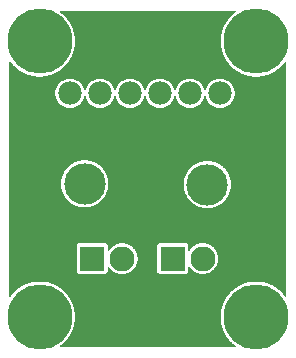
<source format=gbl>
G04 MADE WITH FRITZING*
G04 WWW.FRITZING.ORG*
G04 DOUBLE SIDED*
G04 HOLES PLATED*
G04 CONTOUR ON CENTER OF CONTOUR VECTOR*
%FSLAX26Y26*%
%MOIN*%
%ADD10C,0.075000*%
%ADD11C,0.216536*%
%ADD12C,0.083307*%
%ADD13C,0.078000*%
%ADD14C,0.137795*%
%ADD15R,0.083307X0.083307*%
%ADD16C,0.000100*%
%ADD17R,0.001000X0.001000*%
G04 COPPER0*
%FSLAX26Y26*%
%MOIN*%
D10*
X76900Y894067D03*
X844533Y139330D03*
X122566Y139700D03*
X845300Y1058767D03*
X122300Y1058333D03*
D11*
X853041Y130880D03*
X130901Y1049957D03*
X853390Y1049870D03*
D12*
X306421Y325003D03*
X406421Y325003D03*
X575163Y325412D03*
X675163Y325412D03*
D13*
X232480Y876093D03*
X332485Y876093D03*
X432489Y876093D03*
X532493Y876093D03*
X632497Y876093D03*
X732501Y876093D03*
D14*
X281437Y574913D03*
X690502Y572171D03*
D11*
X130990Y131200D03*
D15*
X306421Y325003D03*
X575164Y325412D03*
D16*
G36*
X859567Y189467D02*
X865100Y188667D01*
X870433Y187234D01*
X875867Y185200D01*
X881667Y182434D01*
X885933Y179870D01*
X890400Y176430D01*
X894667Y172570D01*
X898633Y168200D01*
X902100Y163600D01*
X904733Y159230D01*
X907300Y153700D01*
X909400Y148130D01*
X910767Y142730D01*
X911633Y137130D01*
X911900Y130900D01*
X911600Y124530D01*
X910733Y118830D01*
X909333Y113530D01*
X907233Y107900D01*
X904633Y102400D01*
X901967Y98000D01*
X898600Y93570D01*
X894733Y89300D01*
X890333Y85300D01*
X885833Y81900D01*
X881433Y79230D01*
X875667Y76530D01*
X870200Y74470D01*
X864833Y73100D01*
X859300Y72300D01*
X852900Y72030D01*
X846433Y72330D01*
X840933Y73130D01*
X835600Y74570D01*
X830000Y76670D01*
X824633Y79230D01*
X819900Y82100D01*
X815600Y85370D01*
X811200Y89430D01*
X807166Y93830D01*
X803900Y98230D01*
X801266Y102630D01*
X798733Y108100D01*
X796600Y113770D01*
X795200Y119270D01*
X794400Y124670D01*
X794133Y130900D01*
X794433Y137530D01*
X795233Y142800D01*
X796733Y148400D01*
X798800Y153900D01*
X801433Y159470D01*
X804033Y163770D01*
X807466Y168300D01*
X811533Y172700D01*
X815800Y176600D01*
X820166Y179870D01*
X824900Y182734D01*
X830200Y185200D01*
X835833Y187334D01*
X841200Y188700D01*
X846700Y189500D01*
X852900Y189767D01*
X859567Y189467D01*
D02*
G37*
D02*
G36*
X137533Y189800D02*
X142866Y189000D01*
X148466Y187500D01*
X153966Y185433D01*
X159533Y182800D01*
X163933Y180100D01*
X168566Y176600D01*
X172466Y173030D01*
X176733Y168330D01*
X179966Y164030D01*
X182766Y159370D01*
X185266Y154030D01*
X187400Y148400D01*
X188733Y143100D01*
X189533Y137770D01*
X189833Y131300D01*
X189533Y124670D01*
X188733Y119130D01*
X187300Y113800D01*
X185200Y108200D01*
X182733Y103070D01*
X179833Y98200D01*
X176666Y94000D01*
X172333Y89270D01*
X168366Y85670D01*
X163733Y82200D01*
X159300Y79500D01*
X153766Y76930D01*
X148200Y74830D01*
X142800Y73470D01*
X137133Y72600D01*
X130867Y72330D01*
X124500Y72630D01*
X118900Y73500D01*
X113500Y74930D01*
X107967Y77000D01*
X102400Y79630D01*
X98000Y82330D01*
X93633Y85630D01*
X89167Y89730D01*
X85167Y94130D01*
X81967Y98430D01*
X79167Y103100D01*
X76533Y108670D01*
X74667Y113770D01*
X73167Y119600D01*
X72367Y124930D01*
X72100Y131300D01*
X72433Y138000D01*
X73200Y143100D01*
X74767Y148900D01*
X76600Y153970D01*
X79467Y159800D01*
X82100Y164230D01*
X85400Y168600D01*
X89400Y172900D01*
X93867Y177000D01*
X98200Y180230D01*
X102633Y182933D01*
X108167Y185500D01*
X113700Y187600D01*
X119333Y189033D01*
X124666Y189833D01*
X130867Y190100D01*
X137533Y189800D01*
D02*
G37*
D02*
G36*
X859934Y1108467D02*
X865234Y1107667D01*
X870934Y1106167D01*
X876367Y1104100D01*
X881734Y1101533D01*
X886401Y1098700D01*
X890767Y1095400D01*
X895034Y1091500D01*
X899067Y1087067D01*
X902301Y1082767D01*
X905134Y1078033D01*
X907567Y1072900D01*
X909734Y1067200D01*
X911167Y1061500D01*
X911967Y1056233D01*
X912234Y1049967D01*
X911934Y1043400D01*
X911134Y1038000D01*
X909667Y1032467D01*
X907567Y1026867D01*
X905034Y1021600D01*
X902234Y1016900D01*
X899001Y1012600D01*
X894901Y1008133D01*
X890567Y1004200D01*
X886301Y1001000D01*
X881501Y998100D01*
X876167Y995600D01*
X870534Y993467D01*
X865234Y992133D01*
X859534Y991267D01*
X853267Y991000D01*
X846934Y991300D01*
X841201Y992167D01*
X835934Y993567D01*
X830334Y995667D01*
X825000Y998200D01*
X820167Y1001133D01*
X815767Y1004467D01*
X811867Y1008067D01*
X807500Y1012866D01*
X804367Y1017066D01*
X801534Y1021800D01*
X799067Y1027066D01*
X796934Y1032700D01*
X795600Y1038000D01*
X794734Y1043800D01*
X794467Y1049900D01*
X794767Y1056367D01*
X795634Y1062033D01*
X797034Y1067300D01*
X799134Y1072900D01*
X801700Y1078267D01*
X804534Y1082967D01*
X807667Y1087100D01*
X812000Y1091833D01*
X816234Y1095633D01*
X820600Y1098967D01*
X825200Y1101667D01*
X830500Y1104167D01*
X836034Y1106267D01*
X841734Y1107700D01*
X847067Y1108500D01*
X853267Y1108767D01*
X859934Y1108467D01*
D02*
G37*
D02*
G36*
X137300Y1108567D02*
X143034Y1107700D01*
X148300Y1106300D01*
X153900Y1104200D01*
X159267Y1101633D01*
X164000Y1098767D01*
X168200Y1095567D01*
X172834Y1091333D01*
X176434Y1087367D01*
X179967Y1082700D01*
X182400Y1078633D01*
X185234Y1072633D01*
X187300Y1067167D01*
X188600Y1062067D01*
X189500Y1056200D01*
X189767Y1049967D01*
X189467Y1043600D01*
X188600Y1037900D01*
X187200Y1032600D01*
X185100Y1026967D01*
X182600Y1021733D01*
X179734Y1016966D01*
X176467Y1012633D01*
X172500Y1008300D01*
X168067Y1004267D01*
X163767Y1001033D01*
X159167Y998267D01*
X153400Y995533D01*
X148334Y993667D01*
X142500Y992167D01*
X137167Y991367D01*
X130767Y991100D01*
X124334Y991400D01*
X119000Y992200D01*
X113200Y993767D01*
X108133Y995600D01*
X102400Y998400D01*
X97800Y1001167D01*
X93500Y1004433D01*
X89133Y1008433D01*
X85133Y1012833D01*
X81900Y1017166D01*
X79033Y1021967D01*
X76600Y1027167D01*
X74467Y1032833D01*
X73067Y1038333D01*
X72267Y1043733D01*
X72000Y1049967D01*
X72300Y1056600D01*
X73100Y1061867D01*
X74600Y1067567D01*
X76600Y1072833D01*
X79500Y1078867D01*
X81933Y1082900D01*
X85500Y1087567D01*
X89067Y1091467D01*
X93767Y1095733D01*
X97967Y1098900D01*
X102733Y1101767D01*
X108067Y1104267D01*
X113700Y1106400D01*
X119000Y1107733D01*
X124733Y1108600D01*
X130767Y1108867D01*
X137300Y1108567D01*
D02*
G37*
D02*
G36*
X695033Y611167D02*
X698500Y610667D01*
X702600Y609634D01*
X705633Y608534D01*
X712467Y604700D01*
X718000Y600067D01*
X723267Y593767D01*
X726967Y587000D01*
X728067Y583867D01*
X728967Y580134D01*
X729467Y576600D01*
X729667Y572200D01*
X729467Y567600D01*
X728933Y564000D01*
X728033Y560400D01*
X726767Y556967D01*
X723333Y550667D01*
X718000Y544367D01*
X712000Y539334D01*
X705367Y535734D01*
X702200Y534634D01*
X698400Y533700D01*
X694767Y533167D01*
X690400Y533000D01*
X685833Y533234D01*
X682300Y533734D01*
X678500Y534700D01*
X675200Y535900D01*
X668433Y539667D01*
X662800Y544434D01*
X657900Y550300D01*
X653967Y557434D01*
X652900Y560467D01*
X651967Y564367D01*
X651467Y567867D01*
X651300Y572200D01*
X651533Y576800D01*
X652000Y580234D01*
X653133Y584767D01*
X654067Y587267D01*
X657900Y594100D01*
X662967Y600100D01*
X668467Y604700D01*
X675667Y608700D01*
X678567Y609700D01*
X682700Y610700D01*
X686100Y611167D01*
X690400Y611367D01*
X695033Y611167D01*
D02*
G37*
D02*
G36*
X286000Y613900D02*
X289466Y613400D01*
X293433Y612400D01*
X296600Y611233D01*
X303300Y607500D01*
X309500Y602267D01*
X313933Y596967D01*
X317800Y590000D01*
X318900Y586967D01*
X319900Y582867D01*
X320433Y579300D01*
X320600Y574933D01*
X320400Y570367D01*
X319866Y566767D01*
X318933Y563033D01*
X317700Y559667D01*
X314266Y553400D01*
X308933Y547100D01*
X302933Y542067D01*
X296366Y538500D01*
X293200Y537367D01*
X289233Y536400D01*
X285933Y535967D01*
X281333Y535767D01*
X276666Y536000D01*
X273266Y536433D01*
X269433Y537433D01*
X266266Y538600D01*
X259733Y542200D01*
X253700Y547267D01*
X248866Y552967D01*
X248566Y553400D01*
X244966Y560033D01*
X243833Y563267D01*
X242933Y567000D01*
X242400Y570633D01*
X242233Y574933D01*
X242433Y579567D01*
X242966Y583100D01*
X243933Y586967D01*
X245200Y590333D01*
X248900Y596967D01*
X253666Y602600D01*
X259600Y607533D01*
X266566Y611400D01*
X269500Y612433D01*
X273633Y613433D01*
X277033Y613900D01*
X281333Y614100D01*
X286000Y613900D01*
D02*
G37*
D02*
D17*
X199500Y1150600D02*
X784500Y1150600D01*
X198500Y1149600D02*
X785500Y1149600D01*
X198500Y1148600D02*
X785500Y1148600D01*
X198500Y1147600D02*
X785500Y1147600D01*
X199500Y1146600D02*
X784500Y1146600D01*
X200500Y1145600D02*
X783500Y1145600D01*
X202500Y1144600D02*
X782500Y1144600D01*
X203500Y1143600D02*
X780500Y1143600D01*
X204500Y1142600D02*
X779500Y1142600D01*
X206500Y1141600D02*
X778500Y1141600D01*
X207500Y1140600D02*
X776500Y1140600D01*
X208500Y1139600D02*
X775500Y1139600D01*
X209500Y1138600D02*
X774500Y1138600D01*
X210500Y1137600D02*
X773500Y1137600D01*
X211500Y1136600D02*
X772500Y1136600D01*
X212500Y1135600D02*
X771500Y1135600D01*
X213500Y1134600D02*
X770500Y1134600D01*
X214500Y1133600D02*
X769500Y1133600D01*
X215500Y1132600D02*
X768500Y1132600D01*
X216500Y1131600D02*
X767500Y1131600D01*
X217500Y1130600D02*
X766500Y1130600D01*
X218500Y1129600D02*
X765500Y1129600D01*
X219500Y1128600D02*
X764500Y1128600D01*
X220500Y1127600D02*
X763500Y1127600D01*
X221500Y1126600D02*
X762500Y1126600D01*
X222500Y1125600D02*
X761500Y1125600D01*
X222500Y1124600D02*
X761500Y1124600D01*
X223500Y1123600D02*
X760500Y1123600D01*
X224500Y1122600D02*
X759500Y1122600D01*
X225500Y1121600D02*
X758500Y1121600D01*
X225500Y1120600D02*
X758500Y1120600D01*
X226500Y1119600D02*
X757500Y1119600D01*
X227500Y1118600D02*
X756500Y1118600D01*
X228500Y1117600D02*
X755500Y1117600D01*
X228500Y1116600D02*
X755500Y1116600D01*
X229500Y1115600D02*
X754500Y1115600D01*
X230500Y1114600D02*
X753500Y1114600D01*
X230500Y1113600D02*
X753500Y1113600D01*
X231500Y1112600D02*
X752500Y1112600D01*
X232500Y1111600D02*
X752500Y1111600D01*
X232500Y1110600D02*
X751500Y1110600D01*
X233500Y1109600D02*
X750500Y1109600D01*
X233500Y1108600D02*
X750500Y1108600D01*
X234500Y1107600D02*
X749500Y1107600D01*
X235500Y1106600D02*
X748500Y1106600D01*
X235500Y1105600D02*
X748500Y1105600D01*
X236500Y1104600D02*
X747500Y1104600D01*
X236500Y1103600D02*
X747500Y1103600D01*
X237500Y1102600D02*
X746500Y1102600D01*
X237500Y1101600D02*
X746500Y1101600D01*
X237500Y1100600D02*
X745500Y1100600D01*
X238500Y1099600D02*
X745500Y1099600D01*
X238500Y1098600D02*
X745500Y1098600D01*
X239500Y1097600D02*
X744500Y1097600D01*
X239500Y1096600D02*
X744500Y1096600D01*
X240500Y1095600D02*
X743500Y1095600D01*
X240500Y1094600D02*
X743500Y1094600D01*
X241500Y1093600D02*
X742500Y1093600D01*
X241500Y1092600D02*
X742500Y1092600D01*
X241500Y1091600D02*
X742500Y1091600D01*
X242500Y1090600D02*
X741500Y1090600D01*
X242500Y1089600D02*
X741500Y1089600D01*
X242500Y1088600D02*
X741500Y1088600D01*
X243500Y1087600D02*
X740500Y1087600D01*
X243500Y1086600D02*
X740500Y1086600D01*
X244500Y1085600D02*
X739500Y1085600D01*
X244500Y1084600D02*
X739500Y1084600D01*
X244500Y1083600D02*
X739500Y1083600D01*
X244500Y1082600D02*
X739500Y1082600D01*
X245500Y1081600D02*
X738500Y1081600D01*
X245500Y1080600D02*
X738500Y1080600D01*
X245500Y1079600D02*
X738500Y1079600D01*
X245500Y1078600D02*
X738500Y1078600D01*
X246500Y1077600D02*
X737500Y1077600D01*
X246500Y1076600D02*
X737500Y1076600D01*
X246500Y1075600D02*
X737500Y1075600D01*
X246500Y1074600D02*
X737500Y1074600D01*
X247500Y1073600D02*
X736500Y1073600D01*
X247500Y1072600D02*
X736500Y1072600D01*
X247500Y1071600D02*
X736500Y1071600D01*
X247500Y1070600D02*
X736500Y1070600D01*
X247500Y1069600D02*
X736500Y1069600D01*
X247500Y1068600D02*
X736500Y1068600D01*
X248500Y1067600D02*
X735500Y1067600D01*
X248500Y1066600D02*
X735500Y1066600D01*
X248500Y1065600D02*
X735500Y1065600D01*
X248500Y1064600D02*
X735500Y1064600D01*
X248500Y1063600D02*
X735500Y1063600D01*
X248500Y1062600D02*
X735500Y1062600D01*
X248500Y1061600D02*
X735500Y1061600D01*
X249500Y1060600D02*
X734500Y1060600D01*
X249500Y1059600D02*
X734500Y1059600D01*
X249500Y1058600D02*
X734500Y1058600D01*
X249500Y1057600D02*
X734500Y1057600D01*
X249500Y1056600D02*
X734500Y1056600D01*
X249500Y1055600D02*
X734500Y1055600D01*
X249500Y1054600D02*
X734500Y1054600D01*
X249500Y1053600D02*
X734500Y1053600D01*
X249500Y1052600D02*
X734500Y1052600D01*
X249500Y1051600D02*
X734500Y1051600D01*
X249500Y1050600D02*
X734500Y1050600D01*
X249500Y1049600D02*
X734500Y1049600D01*
X249500Y1048600D02*
X734500Y1048600D01*
X249500Y1047600D02*
X734500Y1047600D01*
X249500Y1046600D02*
X734500Y1046600D01*
X249500Y1045600D02*
X734500Y1045600D01*
X249500Y1044600D02*
X734500Y1044600D01*
X249500Y1043600D02*
X734500Y1043600D01*
X249500Y1042600D02*
X734500Y1042600D01*
X249500Y1041600D02*
X734500Y1041600D01*
X249500Y1040600D02*
X734500Y1040600D01*
X249500Y1039600D02*
X734500Y1039600D01*
X248500Y1038600D02*
X735500Y1038600D01*
X248500Y1037600D02*
X735500Y1037600D01*
X248500Y1036600D02*
X735500Y1036600D01*
X248500Y1035600D02*
X735500Y1035600D01*
X248500Y1034600D02*
X735500Y1034600D01*
X248500Y1033600D02*
X735500Y1033600D01*
X248500Y1032600D02*
X735500Y1032600D01*
X247500Y1031600D02*
X736500Y1031600D01*
X247500Y1030600D02*
X736500Y1030600D01*
X247500Y1029600D02*
X736500Y1029600D01*
X247500Y1028600D02*
X736500Y1028600D01*
X247500Y1027600D02*
X736500Y1027600D01*
X247500Y1026600D02*
X736500Y1026600D01*
X246500Y1025600D02*
X737500Y1025600D01*
X246500Y1024600D02*
X737500Y1024600D01*
X246500Y1023600D02*
X737500Y1023600D01*
X246500Y1022600D02*
X737500Y1022600D01*
X245500Y1021600D02*
X738500Y1021600D01*
X245500Y1020600D02*
X738500Y1020600D01*
X245500Y1019600D02*
X738500Y1019600D01*
X245500Y1018600D02*
X738500Y1018600D01*
X244500Y1017600D02*
X739500Y1017600D01*
X244500Y1016600D02*
X739500Y1016600D01*
X244500Y1015600D02*
X739500Y1015600D01*
X244500Y1014600D02*
X739500Y1014600D01*
X243500Y1013600D02*
X740500Y1013600D01*
X243500Y1012600D02*
X740500Y1012600D01*
X243500Y1011600D02*
X740500Y1011600D01*
X242500Y1010600D02*
X741500Y1010600D01*
X242500Y1009600D02*
X741500Y1009600D01*
X241500Y1008600D02*
X742500Y1008600D01*
X241500Y1007600D02*
X742500Y1007600D01*
X241500Y1006600D02*
X742500Y1006600D01*
X240500Y1005600D02*
X743500Y1005600D01*
X240500Y1004600D02*
X743500Y1004600D01*
X240500Y1003600D02*
X743500Y1003600D01*
X239500Y1002600D02*
X744500Y1002600D01*
X239500Y1001600D02*
X744500Y1001600D01*
X238500Y1000600D02*
X745500Y1000600D01*
X238500Y999600D02*
X745500Y999600D01*
X237500Y998600D02*
X746500Y998600D01*
X237500Y997600D02*
X746500Y997600D01*
X236500Y996600D02*
X747500Y996600D01*
X236500Y995600D02*
X747500Y995600D01*
X235500Y994600D02*
X748500Y994600D01*
X235500Y993600D02*
X748500Y993600D01*
X234500Y992600D02*
X749500Y992600D01*
X233500Y991600D02*
X749500Y991600D01*
X233500Y990600D02*
X750500Y990600D01*
X232500Y989600D02*
X751500Y989600D01*
X232500Y988600D02*
X751500Y988600D01*
X231500Y987600D02*
X752500Y987600D01*
X230500Y986600D02*
X752500Y986600D01*
X230500Y985600D02*
X753500Y985600D01*
X229500Y984600D02*
X754500Y984600D01*
X229500Y983600D02*
X754500Y983600D01*
X32500Y982600D02*
X32500Y982600D01*
X228500Y982600D02*
X755500Y982600D01*
X951500Y982600D02*
X951500Y982600D01*
X30500Y981600D02*
X34500Y981600D01*
X227500Y981600D02*
X756500Y981600D01*
X949500Y981600D02*
X952500Y981600D01*
X30500Y980600D02*
X34500Y980600D01*
X226500Y980600D02*
X757500Y980600D01*
X949500Y980600D02*
X953500Y980600D01*
X30500Y979600D02*
X35500Y979600D01*
X226500Y979600D02*
X757500Y979600D01*
X948500Y979600D02*
X953500Y979600D01*
X30500Y978600D02*
X36500Y978600D01*
X225500Y978600D02*
X758500Y978600D01*
X947500Y978600D02*
X953500Y978600D01*
X30500Y977600D02*
X37500Y977600D01*
X224500Y977600D02*
X759500Y977600D01*
X947500Y977600D02*
X953500Y977600D01*
X30500Y976600D02*
X37500Y976600D01*
X223500Y976600D02*
X760500Y976600D01*
X946500Y976600D02*
X953500Y976600D01*
X30500Y975600D02*
X38500Y975600D01*
X223500Y975600D02*
X760500Y975600D01*
X945500Y975600D02*
X953500Y975600D01*
X30500Y974600D02*
X39500Y974600D01*
X222500Y974600D02*
X761500Y974600D01*
X944500Y974600D02*
X953500Y974600D01*
X30500Y973600D02*
X40500Y973600D01*
X221500Y973600D02*
X762500Y973600D01*
X943500Y973600D02*
X953500Y973600D01*
X30500Y972600D02*
X41500Y972600D01*
X220500Y972600D02*
X763500Y972600D01*
X942500Y972600D02*
X953500Y972600D01*
X30500Y971600D02*
X41500Y971600D01*
X219500Y971600D02*
X764500Y971600D01*
X942500Y971600D02*
X953500Y971600D01*
X30500Y970600D02*
X42500Y970600D01*
X218500Y970600D02*
X765500Y970600D01*
X941500Y970600D02*
X953500Y970600D01*
X30500Y969600D02*
X43500Y969600D01*
X217500Y969600D02*
X766500Y969600D01*
X940500Y969600D02*
X953500Y969600D01*
X30500Y968600D02*
X44500Y968600D01*
X216500Y968600D02*
X766500Y968600D01*
X939500Y968600D02*
X953500Y968600D01*
X30500Y967600D02*
X45500Y967600D01*
X216500Y967600D02*
X767500Y967600D01*
X938500Y967600D02*
X953500Y967600D01*
X30500Y966600D02*
X46500Y966600D01*
X215500Y966600D02*
X768500Y966600D01*
X937500Y966600D02*
X953500Y966600D01*
X30500Y965600D02*
X47500Y965600D01*
X214500Y965600D02*
X769500Y965600D01*
X936500Y965600D02*
X953500Y965600D01*
X30500Y964600D02*
X48500Y964600D01*
X213500Y964600D02*
X770500Y964600D01*
X935500Y964600D02*
X953500Y964600D01*
X30500Y963600D02*
X49500Y963600D01*
X211500Y963600D02*
X771500Y963600D01*
X934500Y963600D02*
X953500Y963600D01*
X30500Y962600D02*
X50500Y962600D01*
X210500Y962600D02*
X773500Y962600D01*
X933500Y962600D02*
X953500Y962600D01*
X30500Y961600D02*
X52500Y961600D01*
X209500Y961600D02*
X774500Y961600D01*
X932500Y961600D02*
X953500Y961600D01*
X30500Y960600D02*
X53500Y960600D01*
X208500Y960600D02*
X775500Y960600D01*
X930500Y960600D02*
X953500Y960600D01*
X30500Y959600D02*
X54500Y959600D01*
X207500Y959600D02*
X776500Y959600D01*
X929500Y959600D02*
X953500Y959600D01*
X30500Y958600D02*
X55500Y958600D01*
X206500Y958600D02*
X777500Y958600D01*
X928500Y958600D02*
X953500Y958600D01*
X30500Y957600D02*
X56500Y957600D01*
X204500Y957600D02*
X778500Y957600D01*
X927500Y957600D02*
X953500Y957600D01*
X30500Y956600D02*
X58500Y956600D01*
X203500Y956600D02*
X780500Y956600D01*
X925500Y956600D02*
X953500Y956600D01*
X30500Y955600D02*
X59500Y955600D01*
X202500Y955600D02*
X781500Y955600D01*
X924500Y955600D02*
X953500Y955600D01*
X30500Y954600D02*
X60500Y954600D01*
X200500Y954600D02*
X783500Y954600D01*
X923500Y954600D02*
X953500Y954600D01*
X30500Y953600D02*
X62500Y953600D01*
X199500Y953600D02*
X784500Y953600D01*
X921500Y953600D02*
X953500Y953600D01*
X30500Y952600D02*
X63500Y952600D01*
X198500Y952600D02*
X785500Y952600D01*
X920500Y952600D02*
X953500Y952600D01*
X30500Y951600D02*
X65500Y951600D01*
X196500Y951600D02*
X787500Y951600D01*
X919500Y951600D02*
X953500Y951600D01*
X30500Y950600D02*
X66500Y950600D01*
X195500Y950600D02*
X788500Y950600D01*
X917500Y950600D02*
X953500Y950600D01*
X30500Y949600D02*
X68500Y949600D01*
X193500Y949600D02*
X790500Y949600D01*
X915500Y949600D02*
X953500Y949600D01*
X30500Y948600D02*
X69500Y948600D01*
X191500Y948600D02*
X792500Y948600D01*
X914500Y948600D02*
X953500Y948600D01*
X30500Y947600D02*
X71500Y947600D01*
X190500Y947600D02*
X793500Y947600D01*
X912500Y947600D02*
X953500Y947600D01*
X30500Y946600D02*
X73500Y946600D01*
X188500Y946600D02*
X795500Y946600D01*
X910500Y946600D02*
X953500Y946600D01*
X30500Y945600D02*
X74500Y945600D01*
X186500Y945600D02*
X797500Y945600D01*
X909500Y945600D02*
X953500Y945600D01*
X30500Y944600D02*
X76500Y944600D01*
X184500Y944600D02*
X799500Y944600D01*
X907500Y944600D02*
X953500Y944600D01*
X30500Y943600D02*
X79500Y943600D01*
X182500Y943600D02*
X801500Y943600D01*
X904500Y943600D02*
X953500Y943600D01*
X30500Y942600D02*
X81500Y942600D01*
X180500Y942600D02*
X803500Y942600D01*
X902500Y942600D02*
X953500Y942600D01*
X30500Y941600D02*
X83500Y941600D01*
X178500Y941600D02*
X805500Y941600D01*
X900500Y941600D02*
X953500Y941600D01*
X30500Y940600D02*
X85500Y940600D01*
X176500Y940600D02*
X807500Y940600D01*
X898500Y940600D02*
X953500Y940600D01*
X30500Y939600D02*
X88500Y939600D01*
X173500Y939600D02*
X810500Y939600D01*
X895500Y939600D02*
X953500Y939600D01*
X30500Y938600D02*
X91500Y938600D01*
X170500Y938600D02*
X813500Y938600D01*
X893500Y938600D02*
X953500Y938600D01*
X30500Y937600D02*
X93500Y937600D01*
X167500Y937600D02*
X815500Y937600D01*
X890500Y937600D02*
X953500Y937600D01*
X30500Y936600D02*
X97500Y936600D01*
X164500Y936600D02*
X819500Y936600D01*
X887500Y936600D02*
X953500Y936600D01*
X30500Y935600D02*
X101500Y935600D01*
X160500Y935600D02*
X823500Y935600D01*
X883500Y935600D02*
X953500Y935600D01*
X30500Y934600D02*
X104500Y934600D01*
X156500Y934600D02*
X827500Y934600D01*
X879500Y934600D02*
X953500Y934600D01*
X30500Y933600D02*
X110500Y933600D01*
X150500Y933600D02*
X832500Y933600D01*
X873500Y933600D02*
X953500Y933600D01*
X30500Y932600D02*
X117500Y932600D01*
X144500Y932600D02*
X838500Y932600D01*
X867500Y932600D02*
X953500Y932600D01*
X30500Y931600D02*
X953500Y931600D01*
X30500Y930600D02*
X953500Y930600D01*
X30500Y929600D02*
X953500Y929600D01*
X30500Y928600D02*
X953500Y928600D01*
X30500Y927600D02*
X953500Y927600D01*
X30500Y926600D02*
X953500Y926600D01*
X30500Y925600D02*
X953500Y925600D01*
X30500Y924600D02*
X225500Y924600D01*
X239500Y924600D02*
X325500Y924600D01*
X339500Y924600D02*
X425500Y924600D01*
X439500Y924600D02*
X525500Y924600D01*
X539500Y924600D02*
X625500Y924600D01*
X639500Y924600D02*
X725500Y924600D01*
X739500Y924600D02*
X953500Y924600D01*
X30500Y923600D02*
X220500Y923600D01*
X244500Y923600D02*
X320500Y923600D01*
X344500Y923600D02*
X420500Y923600D01*
X444500Y923600D02*
X520500Y923600D01*
X544500Y923600D02*
X620500Y923600D01*
X644500Y923600D02*
X720500Y923600D01*
X744500Y923600D02*
X953500Y923600D01*
X30500Y922600D02*
X217500Y922600D01*
X247500Y922600D02*
X317500Y922600D01*
X347500Y922600D02*
X417500Y922600D01*
X447500Y922600D02*
X517500Y922600D01*
X547500Y922600D02*
X617500Y922600D01*
X647500Y922600D02*
X717500Y922600D01*
X747500Y922600D02*
X953500Y922600D01*
X30500Y921600D02*
X214500Y921600D01*
X250500Y921600D02*
X314500Y921600D01*
X350500Y921600D02*
X414500Y921600D01*
X450500Y921600D02*
X514500Y921600D01*
X550500Y921600D02*
X614500Y921600D01*
X650500Y921600D02*
X714500Y921600D01*
X750500Y921600D02*
X953500Y921600D01*
X30500Y920600D02*
X211500Y920600D01*
X252500Y920600D02*
X311500Y920600D01*
X352500Y920600D02*
X411500Y920600D01*
X452500Y920600D02*
X511500Y920600D01*
X552500Y920600D02*
X611500Y920600D01*
X652500Y920600D02*
X711500Y920600D01*
X752500Y920600D02*
X953500Y920600D01*
X30500Y919600D02*
X210500Y919600D01*
X254500Y919600D02*
X310500Y919600D01*
X354500Y919600D02*
X410500Y919600D01*
X454500Y919600D02*
X509500Y919600D01*
X554500Y919600D02*
X609500Y919600D01*
X654500Y919600D02*
X709500Y919600D01*
X754500Y919600D02*
X953500Y919600D01*
X30500Y918600D02*
X208500Y918600D01*
X256500Y918600D02*
X308500Y918600D01*
X356500Y918600D02*
X408500Y918600D01*
X456500Y918600D02*
X508500Y918600D01*
X556500Y918600D02*
X608500Y918600D01*
X656500Y918600D02*
X708500Y918600D01*
X756500Y918600D02*
X953500Y918600D01*
X30500Y917600D02*
X206500Y917600D01*
X258500Y917600D02*
X306500Y917600D01*
X358500Y917600D02*
X406500Y917600D01*
X458500Y917600D02*
X506500Y917600D01*
X558500Y917600D02*
X606500Y917600D01*
X658500Y917600D02*
X706500Y917600D01*
X758500Y917600D02*
X953500Y917600D01*
X30500Y916600D02*
X204500Y916600D01*
X260500Y916600D02*
X304500Y916600D01*
X360500Y916600D02*
X404500Y916600D01*
X460500Y916600D02*
X504500Y916600D01*
X560500Y916600D02*
X604500Y916600D01*
X660500Y916600D02*
X704500Y916600D01*
X760500Y916600D02*
X953500Y916600D01*
X30500Y915600D02*
X203500Y915600D01*
X261500Y915600D02*
X303500Y915600D01*
X361500Y915600D02*
X403500Y915600D01*
X461500Y915600D02*
X503500Y915600D01*
X561500Y915600D02*
X603500Y915600D01*
X661500Y915600D02*
X703500Y915600D01*
X761500Y915600D02*
X953500Y915600D01*
X30500Y914600D02*
X202500Y914600D01*
X262500Y914600D02*
X301500Y914600D01*
X362500Y914600D02*
X401500Y914600D01*
X462500Y914600D02*
X501500Y914600D01*
X562500Y914600D02*
X601500Y914600D01*
X662500Y914600D02*
X701500Y914600D01*
X762500Y914600D02*
X953500Y914600D01*
X30500Y913600D02*
X200500Y913600D01*
X264500Y913600D02*
X300500Y913600D01*
X364500Y913600D02*
X400500Y913600D01*
X464500Y913600D02*
X500500Y913600D01*
X564500Y913600D02*
X600500Y913600D01*
X663500Y913600D02*
X700500Y913600D01*
X763500Y913600D02*
X953500Y913600D01*
X30500Y912600D02*
X199500Y912600D01*
X265500Y912600D02*
X299500Y912600D01*
X365500Y912600D02*
X399500Y912600D01*
X465500Y912600D02*
X499500Y912600D01*
X565500Y912600D02*
X599500Y912600D01*
X665500Y912600D02*
X699500Y912600D01*
X765500Y912600D02*
X953500Y912600D01*
X30500Y911600D02*
X198500Y911600D01*
X266500Y911600D02*
X298500Y911600D01*
X366500Y911600D02*
X398500Y911600D01*
X466500Y911600D02*
X498500Y911600D01*
X566500Y911600D02*
X598500Y911600D01*
X666500Y911600D02*
X698500Y911600D01*
X766500Y911600D02*
X953500Y911600D01*
X30500Y910600D02*
X197500Y910600D01*
X267500Y910600D02*
X297500Y910600D01*
X367500Y910600D02*
X397500Y910600D01*
X467500Y910600D02*
X497500Y910600D01*
X567500Y910600D02*
X597500Y910600D01*
X667500Y910600D02*
X696500Y910600D01*
X767500Y910600D02*
X953500Y910600D01*
X30500Y909600D02*
X196500Y909600D01*
X268500Y909600D02*
X296500Y909600D01*
X368500Y909600D02*
X396500Y909600D01*
X468500Y909600D02*
X496500Y909600D01*
X568500Y909600D02*
X596500Y909600D01*
X668500Y909600D02*
X696500Y909600D01*
X768500Y909600D02*
X953500Y909600D01*
X30500Y908600D02*
X195500Y908600D01*
X269500Y908600D02*
X295500Y908600D01*
X369500Y908600D02*
X395500Y908600D01*
X469500Y908600D02*
X495500Y908600D01*
X569500Y908600D02*
X595500Y908600D01*
X669500Y908600D02*
X695500Y908600D01*
X769500Y908600D02*
X953500Y908600D01*
X30500Y907600D02*
X194500Y907600D01*
X270500Y907600D02*
X294500Y907600D01*
X370500Y907600D02*
X394500Y907600D01*
X470500Y907600D02*
X494500Y907600D01*
X570500Y907600D02*
X594500Y907600D01*
X670500Y907600D02*
X694500Y907600D01*
X770500Y907600D02*
X953500Y907600D01*
X30500Y906600D02*
X193500Y906600D01*
X270500Y906600D02*
X293500Y906600D01*
X370500Y906600D02*
X393500Y906600D01*
X470500Y906600D02*
X493500Y906600D01*
X570500Y906600D02*
X593500Y906600D01*
X670500Y906600D02*
X693500Y906600D01*
X770500Y906600D02*
X953500Y906600D01*
X30500Y905600D02*
X193500Y905600D01*
X271500Y905600D02*
X293500Y905600D01*
X371500Y905600D02*
X393500Y905600D01*
X471500Y905600D02*
X492500Y905600D01*
X571500Y905600D02*
X592500Y905600D01*
X671500Y905600D02*
X692500Y905600D01*
X771500Y905600D02*
X953500Y905600D01*
X30500Y904600D02*
X192500Y904600D01*
X272500Y904600D02*
X292500Y904600D01*
X372500Y904600D02*
X392500Y904600D01*
X472500Y904600D02*
X492500Y904600D01*
X572500Y904600D02*
X592500Y904600D01*
X672500Y904600D02*
X692500Y904600D01*
X772500Y904600D02*
X953500Y904600D01*
X30500Y903600D02*
X191500Y903600D01*
X273500Y903600D02*
X291500Y903600D01*
X373500Y903600D02*
X391500Y903600D01*
X473500Y903600D02*
X491500Y903600D01*
X573500Y903600D02*
X591500Y903600D01*
X673500Y903600D02*
X691500Y903600D01*
X773500Y903600D02*
X953500Y903600D01*
X30500Y902600D02*
X190500Y902600D01*
X273500Y902600D02*
X290500Y902600D01*
X373500Y902600D02*
X390500Y902600D01*
X473500Y902600D02*
X490500Y902600D01*
X573500Y902600D02*
X590500Y902600D01*
X673500Y902600D02*
X690500Y902600D01*
X773500Y902600D02*
X953500Y902600D01*
X30500Y901600D02*
X190500Y901600D01*
X274500Y901600D02*
X290500Y901600D01*
X374500Y901600D02*
X390500Y901600D01*
X474500Y901600D02*
X490500Y901600D01*
X574500Y901600D02*
X590500Y901600D01*
X674500Y901600D02*
X690500Y901600D01*
X774500Y901600D02*
X953500Y901600D01*
X30500Y900600D02*
X189500Y900600D01*
X274500Y900600D02*
X289500Y900600D01*
X374500Y900600D02*
X389500Y900600D01*
X474500Y900600D02*
X489500Y900600D01*
X574500Y900600D02*
X589500Y900600D01*
X674500Y900600D02*
X689500Y900600D01*
X774500Y900600D02*
X953500Y900600D01*
X30500Y899600D02*
X189500Y899600D01*
X275500Y899600D02*
X289500Y899600D01*
X375500Y899600D02*
X389500Y899600D01*
X475500Y899600D02*
X489500Y899600D01*
X575500Y899600D02*
X589500Y899600D01*
X675500Y899600D02*
X689500Y899600D01*
X775500Y899600D02*
X953500Y899600D01*
X30500Y898600D02*
X188500Y898600D01*
X276500Y898600D02*
X288500Y898600D01*
X375500Y898600D02*
X388500Y898600D01*
X475500Y898600D02*
X488500Y898600D01*
X575500Y898600D02*
X588500Y898600D01*
X675500Y898600D02*
X688500Y898600D01*
X775500Y898600D02*
X953500Y898600D01*
X30500Y897600D02*
X188500Y897600D01*
X276500Y897600D02*
X288500Y897600D01*
X376500Y897600D02*
X388500Y897600D01*
X476500Y897600D02*
X488500Y897600D01*
X576500Y897600D02*
X588500Y897600D01*
X676500Y897600D02*
X688500Y897600D01*
X776500Y897600D02*
X953500Y897600D01*
X30500Y896600D02*
X187500Y896600D01*
X277500Y896600D02*
X287500Y896600D01*
X377500Y896600D02*
X387500Y896600D01*
X477500Y896600D02*
X487500Y896600D01*
X577500Y896600D02*
X587500Y896600D01*
X676500Y896600D02*
X687500Y896600D01*
X776500Y896600D02*
X953500Y896600D01*
X30500Y895600D02*
X187500Y895600D01*
X277500Y895600D02*
X287500Y895600D01*
X377500Y895600D02*
X387500Y895600D01*
X477500Y895600D02*
X487500Y895600D01*
X577500Y895600D02*
X587500Y895600D01*
X677500Y895600D02*
X687500Y895600D01*
X777500Y895600D02*
X953500Y895600D01*
X30500Y894600D02*
X186500Y894600D01*
X278500Y894600D02*
X286500Y894600D01*
X377500Y894600D02*
X386500Y894600D01*
X477500Y894600D02*
X486500Y894600D01*
X577500Y894600D02*
X586500Y894600D01*
X677500Y894600D02*
X686500Y894600D01*
X777500Y894600D02*
X953500Y894600D01*
X30500Y893600D02*
X186500Y893600D01*
X278500Y893600D02*
X286500Y893600D01*
X378500Y893600D02*
X386500Y893600D01*
X478500Y893600D02*
X486500Y893600D01*
X578500Y893600D02*
X586500Y893600D01*
X678500Y893600D02*
X686500Y893600D01*
X778500Y893600D02*
X953500Y893600D01*
X30500Y892600D02*
X186500Y892600D01*
X278500Y892600D02*
X286500Y892600D01*
X378500Y892600D02*
X386500Y892600D01*
X478500Y892600D02*
X486500Y892600D01*
X578500Y892600D02*
X586500Y892600D01*
X678500Y892600D02*
X686500Y892600D01*
X778500Y892600D02*
X953500Y892600D01*
X30500Y891600D02*
X185500Y891600D01*
X278500Y891600D02*
X285500Y891600D01*
X378500Y891600D02*
X385500Y891600D01*
X478500Y891600D02*
X485500Y891600D01*
X578500Y891600D02*
X585500Y891600D01*
X678500Y891600D02*
X685500Y891600D01*
X778500Y891600D02*
X953500Y891600D01*
X30500Y890600D02*
X185500Y890600D01*
X279500Y890600D02*
X285500Y890600D01*
X379500Y890600D02*
X385500Y890600D01*
X479500Y890600D02*
X485500Y890600D01*
X579500Y890600D02*
X585500Y890600D01*
X679500Y890600D02*
X685500Y890600D01*
X779500Y890600D02*
X953500Y890600D01*
X30500Y889600D02*
X185500Y889600D01*
X279500Y889600D02*
X285500Y889600D01*
X379500Y889600D02*
X385500Y889600D01*
X479500Y889600D02*
X485500Y889600D01*
X579500Y889600D02*
X585500Y889600D01*
X679500Y889600D02*
X685500Y889600D01*
X779500Y889600D02*
X953500Y889600D01*
X30500Y888600D02*
X184500Y888600D01*
X279500Y888600D02*
X284500Y888600D01*
X379500Y888600D02*
X384500Y888600D01*
X479500Y888600D02*
X484500Y888600D01*
X579500Y888600D02*
X584500Y888600D01*
X679500Y888600D02*
X684500Y888600D01*
X779500Y888600D02*
X953500Y888600D01*
X30500Y887600D02*
X184500Y887600D01*
X280500Y887600D02*
X284500Y887600D01*
X380500Y887600D02*
X384500Y887600D01*
X480500Y887600D02*
X484500Y887600D01*
X580500Y887600D02*
X584500Y887600D01*
X680500Y887600D02*
X684500Y887600D01*
X780500Y887600D02*
X953500Y887600D01*
X30500Y886600D02*
X184500Y886600D01*
X280500Y886600D02*
X284500Y886600D01*
X380500Y886600D02*
X384500Y886600D01*
X480500Y886600D02*
X484500Y886600D01*
X580500Y886600D02*
X584500Y886600D01*
X680500Y886600D02*
X683500Y886600D01*
X780500Y886600D02*
X953500Y886600D01*
X30500Y885600D02*
X183500Y885600D01*
X281500Y885600D02*
X283500Y885600D01*
X381500Y885600D02*
X383500Y885600D01*
X481500Y885600D02*
X483500Y885600D01*
X581500Y885600D02*
X583500Y885600D01*
X681500Y885600D02*
X683500Y885600D01*
X780500Y885600D02*
X953500Y885600D01*
X30500Y884600D02*
X183500Y884600D01*
X780500Y884600D02*
X953500Y884600D01*
X30500Y883600D02*
X183500Y883600D01*
X781500Y883600D02*
X953500Y883600D01*
X30500Y882600D02*
X183500Y882600D01*
X781500Y882600D02*
X953500Y882600D01*
X30500Y881600D02*
X183500Y881600D01*
X781500Y881600D02*
X953500Y881600D01*
X30500Y880600D02*
X183500Y880600D01*
X781500Y880600D02*
X953500Y880600D01*
X30500Y879600D02*
X183500Y879600D01*
X781500Y879600D02*
X953500Y879600D01*
X30500Y878600D02*
X183500Y878600D01*
X781500Y878600D02*
X953500Y878600D01*
X30500Y877600D02*
X182500Y877600D01*
X781500Y877600D02*
X953500Y877600D01*
X30500Y876600D02*
X182500Y876600D01*
X781500Y876600D02*
X953500Y876600D01*
X30500Y875600D02*
X182500Y875600D01*
X781500Y875600D02*
X953500Y875600D01*
X30500Y874600D02*
X182500Y874600D01*
X781500Y874600D02*
X953500Y874600D01*
X30500Y873600D02*
X183500Y873600D01*
X781500Y873600D02*
X953500Y873600D01*
X30500Y872600D02*
X183500Y872600D01*
X781500Y872600D02*
X953500Y872600D01*
X30500Y871600D02*
X183500Y871600D01*
X781500Y871600D02*
X953500Y871600D01*
X30500Y870600D02*
X183500Y870600D01*
X781500Y870600D02*
X953500Y870600D01*
X30500Y869600D02*
X183500Y869600D01*
X781500Y869600D02*
X953500Y869600D01*
X30500Y868600D02*
X183500Y868600D01*
X781500Y868600D02*
X953500Y868600D01*
X30500Y867600D02*
X183500Y867600D01*
X780500Y867600D02*
X953500Y867600D01*
X30500Y866600D02*
X183500Y866600D01*
X281500Y866600D02*
X283500Y866600D01*
X381500Y866600D02*
X383500Y866600D01*
X481500Y866600D02*
X483500Y866600D01*
X581500Y866600D02*
X583500Y866600D01*
X681500Y866600D02*
X683500Y866600D01*
X780500Y866600D02*
X953500Y866600D01*
X30500Y865600D02*
X184500Y865600D01*
X280500Y865600D02*
X284500Y865600D01*
X380500Y865600D02*
X384500Y865600D01*
X480500Y865600D02*
X484500Y865600D01*
X580500Y865600D02*
X584500Y865600D01*
X680500Y865600D02*
X684500Y865600D01*
X780500Y865600D02*
X953500Y865600D01*
X30500Y864600D02*
X184500Y864600D01*
X280500Y864600D02*
X284500Y864600D01*
X380500Y864600D02*
X384500Y864600D01*
X480500Y864600D02*
X484500Y864600D01*
X580500Y864600D02*
X584500Y864600D01*
X680500Y864600D02*
X684500Y864600D01*
X780500Y864600D02*
X953500Y864600D01*
X30500Y863600D02*
X184500Y863600D01*
X279500Y863600D02*
X284500Y863600D01*
X379500Y863600D02*
X384500Y863600D01*
X479500Y863600D02*
X484500Y863600D01*
X579500Y863600D02*
X584500Y863600D01*
X679500Y863600D02*
X684500Y863600D01*
X779500Y863600D02*
X953500Y863600D01*
X30500Y862600D02*
X185500Y862600D01*
X279500Y862600D02*
X285500Y862600D01*
X379500Y862600D02*
X385500Y862600D01*
X479500Y862600D02*
X485500Y862600D01*
X579500Y862600D02*
X585500Y862600D01*
X679500Y862600D02*
X685500Y862600D01*
X779500Y862600D02*
X953500Y862600D01*
X30500Y861600D02*
X185500Y861600D01*
X279500Y861600D02*
X285500Y861600D01*
X379500Y861600D02*
X385500Y861600D01*
X479500Y861600D02*
X485500Y861600D01*
X579500Y861600D02*
X585500Y861600D01*
X679500Y861600D02*
X685500Y861600D01*
X779500Y861600D02*
X953500Y861600D01*
X30500Y860600D02*
X185500Y860600D01*
X278500Y860600D02*
X285500Y860600D01*
X378500Y860600D02*
X385500Y860600D01*
X478500Y860600D02*
X485500Y860600D01*
X578500Y860600D02*
X585500Y860600D01*
X678500Y860600D02*
X685500Y860600D01*
X778500Y860600D02*
X953500Y860600D01*
X30500Y859600D02*
X186500Y859600D01*
X278500Y859600D02*
X286500Y859600D01*
X378500Y859600D02*
X386500Y859600D01*
X478500Y859600D02*
X486500Y859600D01*
X578500Y859600D02*
X586500Y859600D01*
X678500Y859600D02*
X686500Y859600D01*
X778500Y859600D02*
X953500Y859600D01*
X30500Y858600D02*
X186500Y858600D01*
X278500Y858600D02*
X286500Y858600D01*
X378500Y858600D02*
X386500Y858600D01*
X478500Y858600D02*
X486500Y858600D01*
X578500Y858600D02*
X586500Y858600D01*
X678500Y858600D02*
X686500Y858600D01*
X778500Y858600D02*
X953500Y858600D01*
X30500Y857600D02*
X186500Y857600D01*
X277500Y857600D02*
X286500Y857600D01*
X377500Y857600D02*
X386500Y857600D01*
X477500Y857600D02*
X486500Y857600D01*
X577500Y857600D02*
X586500Y857600D01*
X677500Y857600D02*
X686500Y857600D01*
X777500Y857600D02*
X953500Y857600D01*
X30500Y856600D02*
X187500Y856600D01*
X277500Y856600D02*
X287500Y856600D01*
X377500Y856600D02*
X387500Y856600D01*
X477500Y856600D02*
X487500Y856600D01*
X577500Y856600D02*
X587500Y856600D01*
X677500Y856600D02*
X687500Y856600D01*
X777500Y856600D02*
X953500Y856600D01*
X30500Y855600D02*
X187500Y855600D01*
X277500Y855600D02*
X287500Y855600D01*
X377500Y855600D02*
X387500Y855600D01*
X476500Y855600D02*
X487500Y855600D01*
X576500Y855600D02*
X587500Y855600D01*
X676500Y855600D02*
X687500Y855600D01*
X776500Y855600D02*
X953500Y855600D01*
X30500Y854600D02*
X188500Y854600D01*
X276500Y854600D02*
X288500Y854600D01*
X376500Y854600D02*
X388500Y854600D01*
X476500Y854600D02*
X488500Y854600D01*
X576500Y854600D02*
X588500Y854600D01*
X676500Y854600D02*
X688500Y854600D01*
X776500Y854600D02*
X953500Y854600D01*
X30500Y853600D02*
X188500Y853600D01*
X275500Y853600D02*
X288500Y853600D01*
X375500Y853600D02*
X388500Y853600D01*
X475500Y853600D02*
X488500Y853600D01*
X575500Y853600D02*
X588500Y853600D01*
X675500Y853600D02*
X688500Y853600D01*
X775500Y853600D02*
X953500Y853600D01*
X30500Y852600D02*
X189500Y852600D01*
X275500Y852600D02*
X289500Y852600D01*
X375500Y852600D02*
X389500Y852600D01*
X475500Y852600D02*
X489500Y852600D01*
X575500Y852600D02*
X589500Y852600D01*
X675500Y852600D02*
X689500Y852600D01*
X775500Y852600D02*
X953500Y852600D01*
X30500Y851600D02*
X189500Y851600D01*
X274500Y851600D02*
X289500Y851600D01*
X374500Y851600D02*
X389500Y851600D01*
X474500Y851600D02*
X489500Y851600D01*
X574500Y851600D02*
X589500Y851600D01*
X674500Y851600D02*
X689500Y851600D01*
X774500Y851600D02*
X953500Y851600D01*
X30500Y850600D02*
X190500Y850600D01*
X274500Y850600D02*
X290500Y850600D01*
X374500Y850600D02*
X390500Y850600D01*
X474500Y850600D02*
X490500Y850600D01*
X574500Y850600D02*
X590500Y850600D01*
X674500Y850600D02*
X690500Y850600D01*
X774500Y850600D02*
X953500Y850600D01*
X30500Y849600D02*
X190500Y849600D01*
X273500Y849600D02*
X290500Y849600D01*
X373500Y849600D02*
X390500Y849600D01*
X473500Y849600D02*
X490500Y849600D01*
X573500Y849600D02*
X590500Y849600D01*
X673500Y849600D02*
X690500Y849600D01*
X773500Y849600D02*
X953500Y849600D01*
X30500Y848600D02*
X191500Y848600D01*
X273500Y848600D02*
X291500Y848600D01*
X373500Y848600D02*
X391500Y848600D01*
X473500Y848600D02*
X491500Y848600D01*
X573500Y848600D02*
X591500Y848600D01*
X673500Y848600D02*
X691500Y848600D01*
X773500Y848600D02*
X953500Y848600D01*
X30500Y847600D02*
X192500Y847600D01*
X272500Y847600D02*
X292500Y847600D01*
X372500Y847600D02*
X392500Y847600D01*
X472500Y847600D02*
X492500Y847600D01*
X572500Y847600D02*
X592500Y847600D01*
X672500Y847600D02*
X692500Y847600D01*
X772500Y847600D02*
X953500Y847600D01*
X30500Y846600D02*
X193500Y846600D01*
X271500Y846600D02*
X293500Y846600D01*
X371500Y846600D02*
X393500Y846600D01*
X471500Y846600D02*
X493500Y846600D01*
X571500Y846600D02*
X593500Y846600D01*
X671500Y846600D02*
X692500Y846600D01*
X771500Y846600D02*
X953500Y846600D01*
X30500Y845600D02*
X193500Y845600D01*
X270500Y845600D02*
X293500Y845600D01*
X370500Y845600D02*
X393500Y845600D01*
X470500Y845600D02*
X493500Y845600D01*
X570500Y845600D02*
X593500Y845600D01*
X670500Y845600D02*
X693500Y845600D01*
X770500Y845600D02*
X953500Y845600D01*
X30500Y844600D02*
X194500Y844600D01*
X270500Y844600D02*
X294500Y844600D01*
X370500Y844600D02*
X394500Y844600D01*
X470500Y844600D02*
X494500Y844600D01*
X570500Y844600D02*
X594500Y844600D01*
X669500Y844600D02*
X694500Y844600D01*
X769500Y844600D02*
X953500Y844600D01*
X30500Y843600D02*
X195500Y843600D01*
X269500Y843600D02*
X295500Y843600D01*
X369500Y843600D02*
X395500Y843600D01*
X469500Y843600D02*
X495500Y843600D01*
X569500Y843600D02*
X595500Y843600D01*
X669500Y843600D02*
X695500Y843600D01*
X769500Y843600D02*
X953500Y843600D01*
X30500Y842600D02*
X196500Y842600D01*
X268500Y842600D02*
X296500Y842600D01*
X368500Y842600D02*
X396500Y842600D01*
X468500Y842600D02*
X496500Y842600D01*
X568500Y842600D02*
X596500Y842600D01*
X668500Y842600D02*
X696500Y842600D01*
X768500Y842600D02*
X953500Y842600D01*
X30500Y841600D02*
X197500Y841600D01*
X267500Y841600D02*
X297500Y841600D01*
X367500Y841600D02*
X397500Y841600D01*
X467500Y841600D02*
X497500Y841600D01*
X567500Y841600D02*
X597500Y841600D01*
X667500Y841600D02*
X697500Y841600D01*
X767500Y841600D02*
X953500Y841600D01*
X30500Y840600D02*
X198500Y840600D01*
X266500Y840600D02*
X298500Y840600D01*
X366500Y840600D02*
X398500Y840600D01*
X466500Y840600D02*
X498500Y840600D01*
X566500Y840600D02*
X598500Y840600D01*
X666500Y840600D02*
X698500Y840600D01*
X766500Y840600D02*
X953500Y840600D01*
X30500Y839600D02*
X199500Y839600D01*
X265500Y839600D02*
X299500Y839600D01*
X365500Y839600D02*
X399500Y839600D01*
X465500Y839600D02*
X499500Y839600D01*
X565500Y839600D02*
X599500Y839600D01*
X665500Y839600D02*
X699500Y839600D01*
X765500Y839600D02*
X953500Y839600D01*
X30500Y838600D02*
X200500Y838600D01*
X264500Y838600D02*
X300500Y838600D01*
X364500Y838600D02*
X400500Y838600D01*
X463500Y838600D02*
X500500Y838600D01*
X563500Y838600D02*
X600500Y838600D01*
X663500Y838600D02*
X700500Y838600D01*
X763500Y838600D02*
X953500Y838600D01*
X30500Y837600D02*
X202500Y837600D01*
X262500Y837600D02*
X302500Y837600D01*
X362500Y837600D02*
X402500Y837600D01*
X462500Y837600D02*
X501500Y837600D01*
X562500Y837600D02*
X601500Y837600D01*
X662500Y837600D02*
X701500Y837600D01*
X762500Y837600D02*
X953500Y837600D01*
X30500Y836600D02*
X203500Y836600D01*
X261500Y836600D02*
X303500Y836600D01*
X361500Y836600D02*
X403500Y836600D01*
X461500Y836600D02*
X503500Y836600D01*
X561500Y836600D02*
X603500Y836600D01*
X661500Y836600D02*
X703500Y836600D01*
X761500Y836600D02*
X953500Y836600D01*
X30500Y835600D02*
X204500Y835600D01*
X260500Y835600D02*
X304500Y835600D01*
X360500Y835600D02*
X404500Y835600D01*
X460500Y835600D02*
X504500Y835600D01*
X560500Y835600D02*
X604500Y835600D01*
X660500Y835600D02*
X704500Y835600D01*
X760500Y835600D02*
X953500Y835600D01*
X30500Y834600D02*
X206500Y834600D01*
X258500Y834600D02*
X306500Y834600D01*
X358500Y834600D02*
X406500Y834600D01*
X458500Y834600D02*
X506500Y834600D01*
X558500Y834600D02*
X606500Y834600D01*
X658500Y834600D02*
X706500Y834600D01*
X758500Y834600D02*
X953500Y834600D01*
X30500Y833600D02*
X208500Y833600D01*
X256500Y833600D02*
X308500Y833600D01*
X356500Y833600D02*
X408500Y833600D01*
X456500Y833600D02*
X508500Y833600D01*
X556500Y833600D02*
X608500Y833600D01*
X656500Y833600D02*
X708500Y833600D01*
X756500Y833600D02*
X953500Y833600D01*
X30500Y832600D02*
X210500Y832600D01*
X254500Y832600D02*
X310500Y832600D01*
X354500Y832600D02*
X410500Y832600D01*
X454500Y832600D02*
X510500Y832600D01*
X554500Y832600D02*
X610500Y832600D01*
X654500Y832600D02*
X710500Y832600D01*
X754500Y832600D02*
X953500Y832600D01*
X30500Y831600D02*
X212500Y831600D01*
X252500Y831600D02*
X312500Y831600D01*
X352500Y831600D02*
X412500Y831600D01*
X452500Y831600D02*
X512500Y831600D01*
X552500Y831600D02*
X612500Y831600D01*
X652500Y831600D02*
X711500Y831600D01*
X752500Y831600D02*
X953500Y831600D01*
X30500Y830600D02*
X214500Y830600D01*
X250500Y830600D02*
X314500Y830600D01*
X350500Y830600D02*
X414500Y830600D01*
X450500Y830600D02*
X514500Y830600D01*
X550500Y830600D02*
X614500Y830600D01*
X650500Y830600D02*
X714500Y830600D01*
X749500Y830600D02*
X953500Y830600D01*
X30500Y829600D02*
X217500Y829600D01*
X247500Y829600D02*
X317500Y829600D01*
X346500Y829600D02*
X417500Y829600D01*
X446500Y829600D02*
X517500Y829600D01*
X546500Y829600D02*
X617500Y829600D01*
X646500Y829600D02*
X717500Y829600D01*
X746500Y829600D02*
X953500Y829600D01*
X30500Y828600D02*
X220500Y828600D01*
X243500Y828600D02*
X320500Y828600D01*
X343500Y828600D02*
X420500Y828600D01*
X443500Y828600D02*
X520500Y828600D01*
X543500Y828600D02*
X620500Y828600D01*
X643500Y828600D02*
X720500Y828600D01*
X743500Y828600D02*
X953500Y828600D01*
X30500Y827600D02*
X225500Y827600D01*
X238500Y827600D02*
X325500Y827600D01*
X338500Y827600D02*
X425500Y827600D01*
X438500Y827600D02*
X525500Y827600D01*
X538500Y827600D02*
X625500Y827600D01*
X638500Y827600D02*
X725500Y827600D01*
X738500Y827600D02*
X953500Y827600D01*
X30500Y826600D02*
X953500Y826600D01*
X30500Y825600D02*
X953500Y825600D01*
X30500Y824600D02*
X953500Y824600D01*
X30500Y823600D02*
X953500Y823600D01*
X30500Y822600D02*
X953500Y822600D01*
X30500Y821600D02*
X953500Y821600D01*
X30500Y820600D02*
X953500Y820600D01*
X30500Y819600D02*
X953500Y819600D01*
X30500Y818600D02*
X953500Y818600D01*
X30500Y817600D02*
X953500Y817600D01*
X30500Y816600D02*
X953500Y816600D01*
X30500Y815600D02*
X953500Y815600D01*
X30500Y814600D02*
X953500Y814600D01*
X30500Y813600D02*
X953500Y813600D01*
X30500Y812600D02*
X953500Y812600D01*
X30500Y811600D02*
X953500Y811600D01*
X30500Y810600D02*
X953500Y810600D01*
X30500Y809600D02*
X953500Y809600D01*
X30500Y808600D02*
X953500Y808600D01*
X30500Y807600D02*
X953500Y807600D01*
X30500Y806600D02*
X953500Y806600D01*
X30500Y805600D02*
X953500Y805600D01*
X30500Y804600D02*
X953500Y804600D01*
X30500Y803600D02*
X953500Y803600D01*
X30500Y802600D02*
X953500Y802600D01*
X30500Y801600D02*
X953500Y801600D01*
X30500Y800600D02*
X953500Y800600D01*
X30500Y799600D02*
X953500Y799600D01*
X30500Y798600D02*
X953500Y798600D01*
X30500Y797600D02*
X953500Y797600D01*
X30500Y796600D02*
X953500Y796600D01*
X30500Y795600D02*
X953500Y795600D01*
X30500Y794600D02*
X953500Y794600D01*
X30500Y793600D02*
X953500Y793600D01*
X30500Y792600D02*
X953500Y792600D01*
X30500Y791600D02*
X953500Y791600D01*
X30500Y790600D02*
X953500Y790600D01*
X30500Y789600D02*
X953500Y789600D01*
X30500Y788600D02*
X953500Y788600D01*
X30500Y787600D02*
X953500Y787600D01*
X30500Y786600D02*
X953500Y786600D01*
X30500Y785600D02*
X953500Y785600D01*
X30500Y784600D02*
X953500Y784600D01*
X30500Y783600D02*
X953500Y783600D01*
X30500Y782600D02*
X953500Y782600D01*
X30500Y781600D02*
X953500Y781600D01*
X30500Y780600D02*
X953500Y780600D01*
X30500Y779600D02*
X953500Y779600D01*
X30500Y778600D02*
X953500Y778600D01*
X30500Y777600D02*
X953500Y777600D01*
X30500Y776600D02*
X953500Y776600D01*
X30500Y775600D02*
X953500Y775600D01*
X30500Y774600D02*
X953500Y774600D01*
X30500Y773600D02*
X953500Y773600D01*
X30500Y772600D02*
X953500Y772600D01*
X30500Y771600D02*
X953500Y771600D01*
X30500Y770600D02*
X953500Y770600D01*
X30500Y769600D02*
X953500Y769600D01*
X30500Y768600D02*
X953500Y768600D01*
X30500Y767600D02*
X953500Y767600D01*
X30500Y766600D02*
X953500Y766600D01*
X30500Y765600D02*
X953500Y765600D01*
X30500Y764600D02*
X953500Y764600D01*
X30500Y763600D02*
X953500Y763600D01*
X30500Y762600D02*
X953500Y762600D01*
X30500Y761600D02*
X953500Y761600D01*
X30500Y760600D02*
X953500Y760600D01*
X30500Y759600D02*
X953500Y759600D01*
X30500Y758600D02*
X953500Y758600D01*
X30500Y757600D02*
X953500Y757600D01*
X30500Y756600D02*
X953500Y756600D01*
X30500Y755600D02*
X953500Y755600D01*
X30500Y754600D02*
X953500Y754600D01*
X30500Y753600D02*
X953500Y753600D01*
X30500Y752600D02*
X953500Y752600D01*
X30500Y751600D02*
X953500Y751600D01*
X30500Y750600D02*
X953500Y750600D01*
X30500Y749600D02*
X953500Y749600D01*
X30500Y748600D02*
X953500Y748600D01*
X30500Y747600D02*
X953500Y747600D01*
X30500Y746600D02*
X953500Y746600D01*
X30500Y745600D02*
X953500Y745600D01*
X30500Y744600D02*
X953500Y744600D01*
X30500Y743600D02*
X953500Y743600D01*
X30500Y742600D02*
X953500Y742600D01*
X30500Y741600D02*
X953500Y741600D01*
X30500Y740600D02*
X953500Y740600D01*
X30500Y739600D02*
X953500Y739600D01*
X30500Y738600D02*
X953500Y738600D01*
X30500Y737600D02*
X953500Y737600D01*
X30500Y736600D02*
X953500Y736600D01*
X30500Y735600D02*
X953500Y735600D01*
X30500Y734600D02*
X953500Y734600D01*
X30500Y733600D02*
X953500Y733600D01*
X30500Y732600D02*
X953500Y732600D01*
X30500Y731600D02*
X953500Y731600D01*
X30500Y730600D02*
X953500Y730600D01*
X30500Y729600D02*
X953500Y729600D01*
X30500Y728600D02*
X953500Y728600D01*
X30500Y727600D02*
X953500Y727600D01*
X30500Y726600D02*
X953500Y726600D01*
X30500Y725600D02*
X953500Y725600D01*
X30500Y724600D02*
X953500Y724600D01*
X30500Y723600D02*
X953500Y723600D01*
X30500Y722600D02*
X953500Y722600D01*
X30500Y721600D02*
X953500Y721600D01*
X30500Y720600D02*
X953500Y720600D01*
X30500Y719600D02*
X953500Y719600D01*
X30500Y718600D02*
X953500Y718600D01*
X30500Y717600D02*
X953500Y717600D01*
X30500Y716600D02*
X953500Y716600D01*
X30500Y715600D02*
X953500Y715600D01*
X30500Y714600D02*
X953500Y714600D01*
X30500Y713600D02*
X953500Y713600D01*
X30500Y712600D02*
X953500Y712600D01*
X30500Y711600D02*
X953500Y711600D01*
X30500Y710600D02*
X953500Y710600D01*
X30500Y709600D02*
X953500Y709600D01*
X30500Y708600D02*
X953500Y708600D01*
X30500Y707600D02*
X953500Y707600D01*
X30500Y706600D02*
X953500Y706600D01*
X30500Y705600D02*
X953500Y705600D01*
X30500Y704600D02*
X953500Y704600D01*
X30500Y703600D02*
X953500Y703600D01*
X30500Y702600D02*
X953500Y702600D01*
X30500Y701600D02*
X953500Y701600D01*
X30500Y700600D02*
X953500Y700600D01*
X30500Y699600D02*
X953500Y699600D01*
X30500Y698600D02*
X953500Y698600D01*
X30500Y697600D02*
X953500Y697600D01*
X30500Y696600D02*
X953500Y696600D01*
X30500Y695600D02*
X953500Y695600D01*
X30500Y694600D02*
X953500Y694600D01*
X30500Y693600D02*
X953500Y693600D01*
X30500Y692600D02*
X953500Y692600D01*
X30500Y691600D02*
X953500Y691600D01*
X30500Y690600D02*
X953500Y690600D01*
X30500Y689600D02*
X953500Y689600D01*
X30500Y688600D02*
X953500Y688600D01*
X30500Y687600D02*
X953500Y687600D01*
X30500Y686600D02*
X953500Y686600D01*
X30500Y685600D02*
X953500Y685600D01*
X30500Y684600D02*
X953500Y684600D01*
X30500Y683600D02*
X953500Y683600D01*
X30500Y682600D02*
X953500Y682600D01*
X30500Y681600D02*
X953500Y681600D01*
X30500Y680600D02*
X953500Y680600D01*
X30500Y679600D02*
X953500Y679600D01*
X30500Y678600D02*
X953500Y678600D01*
X30500Y677600D02*
X953500Y677600D01*
X30500Y676600D02*
X953500Y676600D01*
X30500Y675600D02*
X953500Y675600D01*
X30500Y674600D02*
X953500Y674600D01*
X30500Y673600D02*
X953500Y673600D01*
X30500Y672600D02*
X953500Y672600D01*
X30500Y671600D02*
X953500Y671600D01*
X30500Y670600D02*
X953500Y670600D01*
X30500Y669600D02*
X953500Y669600D01*
X30500Y668600D02*
X953500Y668600D01*
X30500Y667600D02*
X953500Y667600D01*
X30500Y666600D02*
X953500Y666600D01*
X30500Y665600D02*
X953500Y665600D01*
X30500Y664600D02*
X953500Y664600D01*
X30500Y663600D02*
X953500Y663600D01*
X30500Y662600D02*
X953500Y662600D01*
X30500Y661600D02*
X953500Y661600D01*
X30500Y660600D02*
X953500Y660600D01*
X30500Y659600D02*
X953500Y659600D01*
X30500Y658600D02*
X953500Y658600D01*
X30500Y657600D02*
X953500Y657600D01*
X30500Y656600D02*
X953500Y656600D01*
X30500Y655600D02*
X953500Y655600D01*
X30500Y654600D02*
X953500Y654600D01*
X30500Y653600D02*
X275500Y653600D01*
X287500Y653600D02*
X953500Y653600D01*
X30500Y652600D02*
X267500Y652600D01*
X294500Y652600D02*
X953500Y652600D01*
X30500Y651600D02*
X262500Y651600D01*
X299500Y651600D02*
X953500Y651600D01*
X30500Y650600D02*
X259500Y650600D01*
X303500Y650600D02*
X681500Y650600D01*
X699500Y650600D02*
X953500Y650600D01*
X30500Y649600D02*
X255500Y649600D01*
X306500Y649600D02*
X675500Y649600D01*
X705500Y649600D02*
X953500Y649600D01*
X30500Y648600D02*
X253500Y648600D01*
X309500Y648600D02*
X670500Y648600D01*
X709500Y648600D02*
X953500Y648600D01*
X30500Y647600D02*
X250500Y647600D01*
X312500Y647600D02*
X667500Y647600D01*
X713500Y647600D02*
X953500Y647600D01*
X30500Y646600D02*
X248500Y646600D01*
X314500Y646600D02*
X664500Y646600D01*
X716500Y646600D02*
X953500Y646600D01*
X30500Y645600D02*
X246500Y645600D01*
X316500Y645600D02*
X661500Y645600D01*
X719500Y645600D02*
X953500Y645600D01*
X30500Y644600D02*
X244500Y644600D01*
X318500Y644600D02*
X658500Y644600D01*
X721500Y644600D02*
X953500Y644600D01*
X30500Y643600D02*
X242500Y643600D01*
X320500Y643600D02*
X656500Y643600D01*
X723500Y643600D02*
X953500Y643600D01*
X30500Y642600D02*
X240500Y642600D01*
X321500Y642600D02*
X654500Y642600D01*
X725500Y642600D02*
X953500Y642600D01*
X30500Y641600D02*
X239500Y641600D01*
X323500Y641600D02*
X652500Y641600D01*
X728500Y641600D02*
X953500Y641600D01*
X30500Y640600D02*
X237500Y640600D01*
X325500Y640600D02*
X650500Y640600D01*
X729500Y640600D02*
X953500Y640600D01*
X30500Y639600D02*
X235500Y639600D01*
X326500Y639600D02*
X649500Y639600D01*
X731500Y639600D02*
X953500Y639600D01*
X30500Y638600D02*
X234500Y638600D01*
X328500Y638600D02*
X647500Y638600D01*
X733500Y638600D02*
X953500Y638600D01*
X30500Y637600D02*
X233500Y637600D01*
X329500Y637600D02*
X645500Y637600D01*
X734500Y637600D02*
X953500Y637600D01*
X30500Y636600D02*
X231500Y636600D01*
X331500Y636600D02*
X644500Y636600D01*
X736500Y636600D02*
X953500Y636600D01*
X30500Y635600D02*
X230500Y635600D01*
X332500Y635600D02*
X643500Y635600D01*
X737500Y635600D02*
X953500Y635600D01*
X30500Y634600D02*
X229500Y634600D01*
X333500Y634600D02*
X641500Y634600D01*
X738500Y634600D02*
X953500Y634600D01*
X30500Y633600D02*
X228500Y633600D01*
X334500Y633600D02*
X640500Y633600D01*
X740500Y633600D02*
X953500Y633600D01*
X30500Y632600D02*
X227500Y632600D01*
X335500Y632600D02*
X639500Y632600D01*
X741500Y632600D02*
X953500Y632600D01*
X30500Y631600D02*
X226500Y631600D01*
X336500Y631600D02*
X638500Y631600D01*
X742500Y631600D02*
X953500Y631600D01*
X30500Y630600D02*
X224500Y630600D01*
X337500Y630600D02*
X636500Y630600D01*
X743500Y630600D02*
X953500Y630600D01*
X30500Y629600D02*
X224500Y629600D01*
X338500Y629600D02*
X635500Y629600D01*
X744500Y629600D02*
X953500Y629600D01*
X30500Y628600D02*
X223500Y628600D01*
X339500Y628600D02*
X634500Y628600D01*
X745500Y628600D02*
X953500Y628600D01*
X30500Y627600D02*
X222500Y627600D01*
X340500Y627600D02*
X633500Y627600D01*
X746500Y627600D02*
X953500Y627600D01*
X30500Y626600D02*
X221500Y626600D01*
X341500Y626600D02*
X632500Y626600D01*
X747500Y626600D02*
X953500Y626600D01*
X30500Y625600D02*
X220500Y625600D01*
X342500Y625600D02*
X631500Y625600D01*
X748500Y625600D02*
X953500Y625600D01*
X30500Y624600D02*
X219500Y624600D01*
X343500Y624600D02*
X630500Y624600D01*
X749500Y624600D02*
X953500Y624600D01*
X30500Y623600D02*
X218500Y623600D01*
X343500Y623600D02*
X630500Y623600D01*
X750500Y623600D02*
X953500Y623600D01*
X30500Y622600D02*
X218500Y622600D01*
X344500Y622600D02*
X629500Y622600D01*
X751500Y622600D02*
X953500Y622600D01*
X30500Y621600D02*
X217500Y621600D01*
X345500Y621600D02*
X628500Y621600D01*
X752500Y621600D02*
X953500Y621600D01*
X30500Y620600D02*
X216500Y620600D01*
X346500Y620600D02*
X627500Y620600D01*
X752500Y620600D02*
X953500Y620600D01*
X30500Y619600D02*
X215500Y619600D01*
X346500Y619600D02*
X626500Y619600D01*
X753500Y619600D02*
X953500Y619600D01*
X30500Y618600D02*
X215500Y618600D01*
X347500Y618600D02*
X626500Y618600D01*
X754500Y618600D02*
X953500Y618600D01*
X30500Y617600D02*
X214500Y617600D01*
X347500Y617600D02*
X625500Y617600D01*
X755500Y617600D02*
X953500Y617600D01*
X30500Y616600D02*
X214500Y616600D01*
X348500Y616600D02*
X624500Y616600D01*
X755500Y616600D02*
X953500Y616600D01*
X30500Y615600D02*
X213500Y615600D01*
X349500Y615600D02*
X624500Y615600D01*
X756500Y615600D02*
X953500Y615600D01*
X30500Y614600D02*
X212500Y614600D01*
X349500Y614600D02*
X623500Y614600D01*
X757500Y614600D02*
X953500Y614600D01*
X30500Y613600D02*
X212500Y613600D01*
X350500Y613600D02*
X622500Y613600D01*
X757500Y613600D02*
X953500Y613600D01*
X30500Y612600D02*
X211500Y612600D01*
X350500Y612600D02*
X622500Y612600D01*
X758500Y612600D02*
X953500Y612600D01*
X30500Y611600D02*
X211500Y611600D01*
X351500Y611600D02*
X621500Y611600D01*
X758500Y611600D02*
X953500Y611600D01*
X30500Y610600D02*
X210500Y610600D01*
X351500Y610600D02*
X621500Y610600D01*
X759500Y610600D02*
X953500Y610600D01*
X30500Y609600D02*
X210500Y609600D01*
X352500Y609600D02*
X620500Y609600D01*
X760500Y609600D02*
X953500Y609600D01*
X30500Y608600D02*
X209500Y608600D01*
X352500Y608600D02*
X620500Y608600D01*
X760500Y608600D02*
X953500Y608600D01*
X30500Y607600D02*
X209500Y607600D01*
X353500Y607600D02*
X619500Y607600D01*
X761500Y607600D02*
X953500Y607600D01*
X30500Y606600D02*
X208500Y606600D01*
X353500Y606600D02*
X619500Y606600D01*
X761500Y606600D02*
X953500Y606600D01*
X30500Y605600D02*
X208500Y605600D01*
X354500Y605600D02*
X618500Y605600D01*
X761500Y605600D02*
X953500Y605600D01*
X30500Y604600D02*
X207500Y604600D01*
X354500Y604600D02*
X618500Y604600D01*
X762500Y604600D02*
X953500Y604600D01*
X30500Y603600D02*
X207500Y603600D01*
X355500Y603600D02*
X617500Y603600D01*
X762500Y603600D02*
X953500Y603600D01*
X30500Y602600D02*
X207500Y602600D01*
X355500Y602600D02*
X617500Y602600D01*
X763500Y602600D02*
X953500Y602600D01*
X30500Y601600D02*
X206500Y601600D01*
X355500Y601600D02*
X616500Y601600D01*
X763500Y601600D02*
X953500Y601600D01*
X30500Y600600D02*
X206500Y600600D01*
X356500Y600600D02*
X616500Y600600D01*
X764500Y600600D02*
X953500Y600600D01*
X30500Y599600D02*
X206500Y599600D01*
X356500Y599600D02*
X616500Y599600D01*
X764500Y599600D02*
X953500Y599600D01*
X30500Y598600D02*
X205500Y598600D01*
X356500Y598600D02*
X615500Y598600D01*
X764500Y598600D02*
X953500Y598600D01*
X30500Y597600D02*
X205500Y597600D01*
X357500Y597600D02*
X615500Y597600D01*
X765500Y597600D02*
X953500Y597600D01*
X30500Y596600D02*
X205500Y596600D01*
X357500Y596600D02*
X614500Y596600D01*
X765500Y596600D02*
X953500Y596600D01*
X30500Y595600D02*
X204500Y595600D01*
X357500Y595600D02*
X614500Y595600D01*
X765500Y595600D02*
X953500Y595600D01*
X30500Y594600D02*
X204500Y594600D01*
X358500Y594600D02*
X614500Y594600D01*
X766500Y594600D02*
X953500Y594600D01*
X30500Y593600D02*
X204500Y593600D01*
X358500Y593600D02*
X614500Y593600D01*
X766500Y593600D02*
X953500Y593600D01*
X30500Y592600D02*
X204500Y592600D01*
X358500Y592600D02*
X613500Y592600D01*
X766500Y592600D02*
X953500Y592600D01*
X30500Y591600D02*
X203500Y591600D01*
X358500Y591600D02*
X613500Y591600D01*
X767500Y591600D02*
X953500Y591600D01*
X30500Y590600D02*
X203500Y590600D01*
X359500Y590600D02*
X613500Y590600D01*
X767500Y590600D02*
X953500Y590600D01*
X30500Y589600D02*
X203500Y589600D01*
X359500Y589600D02*
X612500Y589600D01*
X767500Y589600D02*
X953500Y589600D01*
X30500Y588600D02*
X203500Y588600D01*
X359500Y588600D02*
X612500Y588600D01*
X767500Y588600D02*
X953500Y588600D01*
X30500Y587600D02*
X203500Y587600D01*
X359500Y587600D02*
X612500Y587600D01*
X768500Y587600D02*
X953500Y587600D01*
X30500Y586600D02*
X203500Y586600D01*
X359500Y586600D02*
X612500Y586600D01*
X768500Y586600D02*
X953500Y586600D01*
X30500Y585600D02*
X202500Y585600D01*
X359500Y585600D02*
X612500Y585600D01*
X768500Y585600D02*
X953500Y585600D01*
X30500Y584600D02*
X202500Y584600D01*
X359500Y584600D02*
X612500Y584600D01*
X768500Y584600D02*
X953500Y584600D01*
X30500Y583600D02*
X202500Y583600D01*
X360500Y583600D02*
X611500Y583600D01*
X768500Y583600D02*
X953500Y583600D01*
X30500Y582600D02*
X202500Y582600D01*
X360500Y582600D02*
X611500Y582600D01*
X768500Y582600D02*
X953500Y582600D01*
X30500Y581600D02*
X202500Y581600D01*
X360500Y581600D02*
X611500Y581600D01*
X768500Y581600D02*
X953500Y581600D01*
X30500Y580600D02*
X202500Y580600D01*
X360500Y580600D02*
X611500Y580600D01*
X769500Y580600D02*
X953500Y580600D01*
X30500Y579600D02*
X202500Y579600D01*
X360500Y579600D02*
X611500Y579600D01*
X769500Y579600D02*
X953500Y579600D01*
X30500Y578600D02*
X202500Y578600D01*
X360500Y578600D02*
X611500Y578600D01*
X769500Y578600D02*
X953500Y578600D01*
X30500Y577600D02*
X202500Y577600D01*
X360500Y577600D02*
X611500Y577600D01*
X769500Y577600D02*
X953500Y577600D01*
X30500Y576600D02*
X202500Y576600D01*
X360500Y576600D02*
X611500Y576600D01*
X769500Y576600D02*
X953500Y576600D01*
X30500Y575600D02*
X201500Y575600D01*
X360500Y575600D02*
X611500Y575600D01*
X769500Y575600D02*
X953500Y575600D01*
X30500Y574600D02*
X201500Y574600D01*
X360500Y574600D02*
X611500Y574600D01*
X769500Y574600D02*
X953500Y574600D01*
X30500Y573600D02*
X202500Y573600D01*
X360500Y573600D02*
X610500Y573600D01*
X769500Y573600D02*
X953500Y573600D01*
X30500Y572600D02*
X202500Y572600D01*
X360500Y572600D02*
X610500Y572600D01*
X769500Y572600D02*
X953500Y572600D01*
X30500Y571600D02*
X202500Y571600D01*
X360500Y571600D02*
X610500Y571600D01*
X769500Y571600D02*
X953500Y571600D01*
X30500Y570600D02*
X202500Y570600D01*
X360500Y570600D02*
X611500Y570600D01*
X769500Y570600D02*
X953500Y570600D01*
X30500Y569600D02*
X202500Y569600D01*
X360500Y569600D02*
X611500Y569600D01*
X769500Y569600D02*
X953500Y569600D01*
X30500Y568600D02*
X202500Y568600D01*
X360500Y568600D02*
X611500Y568600D01*
X769500Y568600D02*
X953500Y568600D01*
X30500Y567600D02*
X202500Y567600D01*
X360500Y567600D02*
X611500Y567600D01*
X769500Y567600D02*
X953500Y567600D01*
X30500Y566600D02*
X202500Y566600D01*
X360500Y566600D02*
X611500Y566600D01*
X769500Y566600D02*
X953500Y566600D01*
X30500Y565600D02*
X202500Y565600D01*
X360500Y565600D02*
X611500Y565600D01*
X769500Y565600D02*
X953500Y565600D01*
X30500Y564600D02*
X202500Y564600D01*
X359500Y564600D02*
X611500Y564600D01*
X769500Y564600D02*
X953500Y564600D01*
X30500Y563600D02*
X202500Y563600D01*
X359500Y563600D02*
X611500Y563600D01*
X769500Y563600D02*
X953500Y563600D01*
X30500Y562600D02*
X203500Y562600D01*
X359500Y562600D02*
X611500Y562600D01*
X768500Y562600D02*
X953500Y562600D01*
X30500Y561600D02*
X203500Y561600D01*
X359500Y561600D02*
X611500Y561600D01*
X768500Y561600D02*
X953500Y561600D01*
X30500Y560600D02*
X203500Y560600D01*
X359500Y560600D02*
X611500Y560600D01*
X768500Y560600D02*
X953500Y560600D01*
X30500Y559600D02*
X203500Y559600D01*
X359500Y559600D02*
X612500Y559600D01*
X768500Y559600D02*
X953500Y559600D01*
X30500Y558600D02*
X203500Y558600D01*
X358500Y558600D02*
X612500Y558600D01*
X768500Y558600D02*
X953500Y558600D01*
X30500Y557600D02*
X204500Y557600D01*
X358500Y557600D02*
X612500Y557600D01*
X768500Y557600D02*
X953500Y557600D01*
X30500Y556600D02*
X204500Y556600D01*
X358500Y556600D02*
X612500Y556600D01*
X767500Y556600D02*
X953500Y556600D01*
X30500Y555600D02*
X204500Y555600D01*
X358500Y555600D02*
X612500Y555600D01*
X767500Y555600D02*
X953500Y555600D01*
X30500Y554600D02*
X204500Y554600D01*
X357500Y554600D02*
X613500Y554600D01*
X767500Y554600D02*
X953500Y554600D01*
X30500Y553600D02*
X205500Y553600D01*
X357500Y553600D02*
X613500Y553600D01*
X767500Y553600D02*
X953500Y553600D01*
X30500Y552600D02*
X205500Y552600D01*
X357500Y552600D02*
X613500Y552600D01*
X766500Y552600D02*
X953500Y552600D01*
X30500Y551600D02*
X205500Y551600D01*
X356500Y551600D02*
X613500Y551600D01*
X766500Y551600D02*
X953500Y551600D01*
X30500Y550600D02*
X206500Y550600D01*
X356500Y550600D02*
X614500Y550600D01*
X766500Y550600D02*
X953500Y550600D01*
X30500Y549600D02*
X206500Y549600D01*
X356500Y549600D02*
X614500Y549600D01*
X766500Y549600D02*
X953500Y549600D01*
X30500Y548600D02*
X206500Y548600D01*
X355500Y548600D02*
X614500Y548600D01*
X765500Y548600D02*
X953500Y548600D01*
X30500Y547600D02*
X207500Y547600D01*
X355500Y547600D02*
X615500Y547600D01*
X765500Y547600D02*
X953500Y547600D01*
X30500Y546600D02*
X207500Y546600D01*
X355500Y546600D02*
X615500Y546600D01*
X765500Y546600D02*
X953500Y546600D01*
X30500Y545600D02*
X207500Y545600D01*
X354500Y545600D02*
X615500Y545600D01*
X764500Y545600D02*
X953500Y545600D01*
X30500Y544600D02*
X208500Y544600D01*
X354500Y544600D02*
X616500Y544600D01*
X764500Y544600D02*
X953500Y544600D01*
X30500Y543600D02*
X208500Y543600D01*
X353500Y543600D02*
X616500Y543600D01*
X764500Y543600D02*
X953500Y543600D01*
X30500Y542600D02*
X209500Y542600D01*
X353500Y542600D02*
X616500Y542600D01*
X763500Y542600D02*
X953500Y542600D01*
X30500Y541600D02*
X209500Y541600D01*
X353500Y541600D02*
X617500Y541600D01*
X763500Y541600D02*
X953500Y541600D01*
X30500Y540600D02*
X210500Y540600D01*
X352500Y540600D02*
X617500Y540600D01*
X762500Y540600D02*
X953500Y540600D01*
X30500Y539600D02*
X210500Y539600D01*
X352500Y539600D02*
X618500Y539600D01*
X762500Y539600D02*
X953500Y539600D01*
X30500Y538600D02*
X211500Y538600D01*
X351500Y538600D02*
X618500Y538600D01*
X761500Y538600D02*
X953500Y538600D01*
X30500Y537600D02*
X211500Y537600D01*
X351500Y537600D02*
X619500Y537600D01*
X761500Y537600D02*
X953500Y537600D01*
X30500Y536600D02*
X212500Y536600D01*
X350500Y536600D02*
X619500Y536600D01*
X760500Y536600D02*
X953500Y536600D01*
X30500Y535600D02*
X212500Y535600D01*
X349500Y535600D02*
X620500Y535600D01*
X760500Y535600D02*
X953500Y535600D01*
X30500Y534600D02*
X213500Y534600D01*
X349500Y534600D02*
X620500Y534600D01*
X759500Y534600D02*
X953500Y534600D01*
X30500Y533600D02*
X213500Y533600D01*
X348500Y533600D02*
X621500Y533600D01*
X759500Y533600D02*
X953500Y533600D01*
X30500Y532600D02*
X214500Y532600D01*
X348500Y532600D02*
X621500Y532600D01*
X758500Y532600D02*
X953500Y532600D01*
X30500Y531600D02*
X215500Y531600D01*
X347500Y531600D02*
X622500Y531600D01*
X758500Y531600D02*
X953500Y531600D01*
X30500Y530600D02*
X215500Y530600D01*
X346500Y530600D02*
X623500Y530600D01*
X757500Y530600D02*
X953500Y530600D01*
X30500Y529600D02*
X216500Y529600D01*
X346500Y529600D02*
X623500Y529600D01*
X756500Y529600D02*
X953500Y529600D01*
X30500Y528600D02*
X217500Y528600D01*
X345500Y528600D02*
X624500Y528600D01*
X756500Y528600D02*
X953500Y528600D01*
X30500Y527600D02*
X217500Y527600D01*
X344500Y527600D02*
X624500Y527600D01*
X755500Y527600D02*
X953500Y527600D01*
X30500Y526600D02*
X218500Y526600D01*
X343500Y526600D02*
X625500Y526600D01*
X754500Y526600D02*
X953500Y526600D01*
X30500Y525600D02*
X219500Y525600D01*
X343500Y525600D02*
X626500Y525600D01*
X754500Y525600D02*
X953500Y525600D01*
X30500Y524600D02*
X220500Y524600D01*
X342500Y524600D02*
X627500Y524600D01*
X753500Y524600D02*
X953500Y524600D01*
X30500Y523600D02*
X221500Y523600D01*
X341500Y523600D02*
X627500Y523600D01*
X752500Y523600D02*
X953500Y523600D01*
X30500Y522600D02*
X222500Y522600D01*
X340500Y522600D02*
X628500Y522600D01*
X752500Y522600D02*
X953500Y522600D01*
X30500Y521600D02*
X222500Y521600D01*
X339500Y521600D02*
X629500Y521600D01*
X751500Y521600D02*
X953500Y521600D01*
X30500Y520600D02*
X223500Y520600D01*
X338500Y520600D02*
X630500Y520600D01*
X750500Y520600D02*
X953500Y520600D01*
X30500Y519600D02*
X224500Y519600D01*
X337500Y519600D02*
X631500Y519600D01*
X749500Y519600D02*
X953500Y519600D01*
X30500Y518600D02*
X225500Y518600D01*
X336500Y518600D02*
X632500Y518600D01*
X748500Y518600D02*
X953500Y518600D01*
X30500Y517600D02*
X226500Y517600D01*
X335500Y517600D02*
X632500Y517600D01*
X747500Y517600D02*
X953500Y517600D01*
X30500Y516600D02*
X227500Y516600D01*
X334500Y516600D02*
X633500Y516600D01*
X746500Y516600D02*
X953500Y516600D01*
X30500Y515600D02*
X229500Y515600D01*
X333500Y515600D02*
X634500Y515600D01*
X745500Y515600D02*
X953500Y515600D01*
X30500Y514600D02*
X230500Y514600D01*
X332500Y514600D02*
X636500Y514600D01*
X744500Y514600D02*
X953500Y514600D01*
X30500Y513600D02*
X231500Y513600D01*
X331500Y513600D02*
X637500Y513600D01*
X743500Y513600D02*
X953500Y513600D01*
X30500Y512600D02*
X232500Y512600D01*
X329500Y512600D02*
X638500Y512600D01*
X742500Y512600D02*
X953500Y512600D01*
X30500Y511600D02*
X234500Y511600D01*
X328500Y511600D02*
X639500Y511600D01*
X741500Y511600D02*
X953500Y511600D01*
X30500Y510600D02*
X235500Y510600D01*
X327500Y510600D02*
X640500Y510600D01*
X739500Y510600D02*
X953500Y510600D01*
X30500Y509600D02*
X236500Y509600D01*
X325500Y509600D02*
X642500Y509600D01*
X738500Y509600D02*
X953500Y509600D01*
X30500Y508600D02*
X238500Y508600D01*
X324500Y508600D02*
X643500Y508600D01*
X737500Y508600D02*
X953500Y508600D01*
X30500Y507600D02*
X240500Y507600D01*
X322500Y507600D02*
X644500Y507600D01*
X735500Y507600D02*
X953500Y507600D01*
X30500Y506600D02*
X242500Y506600D01*
X320500Y506600D02*
X646500Y506600D01*
X734500Y506600D02*
X953500Y506600D01*
X30500Y505600D02*
X243500Y505600D01*
X318500Y505600D02*
X648500Y505600D01*
X732500Y505600D02*
X953500Y505600D01*
X30500Y504600D02*
X245500Y504600D01*
X316500Y504600D02*
X649500Y504600D01*
X730500Y504600D02*
X953500Y504600D01*
X30500Y503600D02*
X247500Y503600D01*
X314500Y503600D02*
X651500Y503600D01*
X729500Y503600D02*
X953500Y503600D01*
X30500Y502600D02*
X249500Y502600D01*
X312500Y502600D02*
X653500Y502600D01*
X727500Y502600D02*
X953500Y502600D01*
X30500Y501600D02*
X252500Y501600D01*
X310500Y501600D02*
X655500Y501600D01*
X725500Y501600D02*
X953500Y501600D01*
X30500Y500600D02*
X255500Y500600D01*
X307500Y500600D02*
X657500Y500600D01*
X723500Y500600D02*
X953500Y500600D01*
X30500Y499600D02*
X258500Y499600D01*
X304500Y499600D02*
X659500Y499600D01*
X720500Y499600D02*
X953500Y499600D01*
X30500Y498600D02*
X261500Y498600D01*
X300500Y498600D02*
X662500Y498600D01*
X718500Y498600D02*
X953500Y498600D01*
X30500Y497600D02*
X266500Y497600D01*
X296500Y497600D02*
X664500Y497600D01*
X715500Y497600D02*
X953500Y497600D01*
X30500Y496600D02*
X272500Y496600D01*
X290500Y496600D02*
X668500Y496600D01*
X712500Y496600D02*
X953500Y496600D01*
X30500Y495600D02*
X671500Y495600D01*
X708500Y495600D02*
X953500Y495600D01*
X30500Y494600D02*
X677500Y494600D01*
X703500Y494600D02*
X953500Y494600D01*
X30500Y493600D02*
X685500Y493600D01*
X695500Y493600D02*
X953500Y493600D01*
X30500Y492600D02*
X953500Y492600D01*
X30500Y491600D02*
X953500Y491600D01*
X30500Y490600D02*
X953500Y490600D01*
X30500Y489600D02*
X953500Y489600D01*
X30500Y488600D02*
X953500Y488600D01*
X30500Y487600D02*
X953500Y487600D01*
X30500Y486600D02*
X953500Y486600D01*
X30500Y485600D02*
X953500Y485600D01*
X30500Y484600D02*
X953500Y484600D01*
X30500Y483600D02*
X953500Y483600D01*
X30500Y482600D02*
X953500Y482600D01*
X30500Y481600D02*
X953500Y481600D01*
X30500Y480600D02*
X953500Y480600D01*
X30500Y479600D02*
X953500Y479600D01*
X30500Y478600D02*
X953500Y478600D01*
X30500Y477600D02*
X953500Y477600D01*
X30500Y476600D02*
X953500Y476600D01*
X30500Y475600D02*
X953500Y475600D01*
X30500Y474600D02*
X953500Y474600D01*
X30500Y473600D02*
X953500Y473600D01*
X30500Y472600D02*
X953500Y472600D01*
X30500Y471600D02*
X953500Y471600D01*
X30500Y470600D02*
X953500Y470600D01*
X30500Y469600D02*
X953500Y469600D01*
X30500Y468600D02*
X953500Y468600D01*
X30500Y467600D02*
X953500Y467600D01*
X30500Y466600D02*
X953500Y466600D01*
X30500Y465600D02*
X953500Y465600D01*
X30500Y464600D02*
X953500Y464600D01*
X30500Y463600D02*
X953500Y463600D01*
X30500Y462600D02*
X953500Y462600D01*
X30500Y461600D02*
X953500Y461600D01*
X30500Y460600D02*
X953500Y460600D01*
X30500Y459600D02*
X953500Y459600D01*
X30500Y458600D02*
X953500Y458600D01*
X30500Y457600D02*
X953500Y457600D01*
X30500Y456600D02*
X953500Y456600D01*
X30500Y455600D02*
X953500Y455600D01*
X30500Y454600D02*
X953500Y454600D01*
X30500Y453600D02*
X953500Y453600D01*
X30500Y452600D02*
X953500Y452600D01*
X30500Y451600D02*
X953500Y451600D01*
X30500Y450600D02*
X953500Y450600D01*
X30500Y449600D02*
X953500Y449600D01*
X30500Y448600D02*
X953500Y448600D01*
X30500Y447600D02*
X953500Y447600D01*
X30500Y446600D02*
X953500Y446600D01*
X30500Y445600D02*
X953500Y445600D01*
X30500Y444600D02*
X953500Y444600D01*
X30500Y443600D02*
X953500Y443600D01*
X30500Y442600D02*
X953500Y442600D01*
X30500Y441600D02*
X953500Y441600D01*
X30500Y440600D02*
X953500Y440600D01*
X30500Y439600D02*
X953500Y439600D01*
X30500Y438600D02*
X953500Y438600D01*
X30500Y437600D02*
X953500Y437600D01*
X30500Y436600D02*
X953500Y436600D01*
X30500Y435600D02*
X953500Y435600D01*
X30500Y434600D02*
X953500Y434600D01*
X30500Y433600D02*
X953500Y433600D01*
X30500Y432600D02*
X953500Y432600D01*
X30500Y431600D02*
X953500Y431600D01*
X30500Y430600D02*
X953500Y430600D01*
X30500Y429600D02*
X953500Y429600D01*
X30500Y428600D02*
X953500Y428600D01*
X30500Y427600D02*
X953500Y427600D01*
X30500Y426600D02*
X953500Y426600D01*
X30500Y425600D02*
X953500Y425600D01*
X30500Y424600D02*
X953500Y424600D01*
X30500Y423600D02*
X953500Y423600D01*
X30500Y422600D02*
X953500Y422600D01*
X30500Y421600D02*
X953500Y421600D01*
X30500Y420600D02*
X953500Y420600D01*
X30500Y419600D02*
X953500Y419600D01*
X30500Y418600D02*
X953500Y418600D01*
X30500Y417600D02*
X953500Y417600D01*
X30500Y416600D02*
X953500Y416600D01*
X30500Y415600D02*
X953500Y415600D01*
X30500Y414600D02*
X953500Y414600D01*
X30500Y413600D02*
X953500Y413600D01*
X30500Y412600D02*
X953500Y412600D01*
X30500Y411600D02*
X953500Y411600D01*
X30500Y410600D02*
X953500Y410600D01*
X30500Y409600D02*
X953500Y409600D01*
X30500Y408600D02*
X953500Y408600D01*
X30500Y407600D02*
X953500Y407600D01*
X30500Y406600D02*
X953500Y406600D01*
X30500Y405600D02*
X953500Y405600D01*
X30500Y404600D02*
X953500Y404600D01*
X30500Y403600D02*
X953500Y403600D01*
X30500Y402600D02*
X953500Y402600D01*
X30500Y401600D02*
X953500Y401600D01*
X30500Y400600D02*
X953500Y400600D01*
X30500Y399600D02*
X953500Y399600D01*
X30500Y398600D02*
X953500Y398600D01*
X30500Y397600D02*
X953500Y397600D01*
X30500Y396600D02*
X953500Y396600D01*
X30500Y395600D02*
X953500Y395600D01*
X30500Y394600D02*
X953500Y394600D01*
X30500Y393600D02*
X953500Y393600D01*
X30500Y392600D02*
X953500Y392600D01*
X30500Y391600D02*
X953500Y391600D01*
X30500Y390600D02*
X953500Y390600D01*
X30500Y389600D02*
X953500Y389600D01*
X30500Y388600D02*
X953500Y388600D01*
X30500Y387600D02*
X953500Y387600D01*
X30500Y386600D02*
X953500Y386600D01*
X30500Y385600D02*
X953500Y385600D01*
X30500Y384600D02*
X953500Y384600D01*
X30500Y383600D02*
X953500Y383600D01*
X30500Y382600D02*
X953500Y382600D01*
X30500Y381600D02*
X953500Y381600D01*
X30500Y380600D02*
X953500Y380600D01*
X30500Y379600D02*
X953500Y379600D01*
X30500Y378600D02*
X953500Y378600D01*
X30500Y377600D02*
X953500Y377600D01*
X30500Y376600D02*
X263500Y376600D01*
X349500Y376600D02*
X402500Y376600D01*
X409500Y376600D02*
X529500Y376600D01*
X620500Y376600D02*
X667500Y376600D01*
X681500Y376600D02*
X953500Y376600D01*
X30500Y375600D02*
X259500Y375600D01*
X353500Y375600D02*
X395500Y375600D01*
X417500Y375600D02*
X527500Y375600D01*
X622500Y375600D02*
X662500Y375600D01*
X687500Y375600D02*
X953500Y375600D01*
X30500Y374600D02*
X258500Y374600D01*
X354500Y374600D02*
X392500Y374600D01*
X420500Y374600D02*
X526500Y374600D01*
X623500Y374600D02*
X659500Y374600D01*
X690500Y374600D02*
X953500Y374600D01*
X30500Y373600D02*
X256500Y373600D01*
X355500Y373600D02*
X389500Y373600D01*
X423500Y373600D02*
X525500Y373600D01*
X624500Y373600D02*
X656500Y373600D01*
X693500Y373600D02*
X953500Y373600D01*
X30500Y372600D02*
X256500Y372600D01*
X356500Y372600D02*
X386500Y372600D01*
X426500Y372600D02*
X524500Y372600D01*
X625500Y372600D02*
X653500Y372600D01*
X696500Y372600D02*
X953500Y372600D01*
X30500Y371600D02*
X255500Y371600D01*
X357500Y371600D02*
X384500Y371600D01*
X428500Y371600D02*
X523500Y371600D01*
X626500Y371600D02*
X651500Y371600D01*
X697500Y371600D02*
X953500Y371600D01*
X30500Y370600D02*
X254500Y370600D01*
X357500Y370600D02*
X382500Y370600D01*
X430500Y370600D02*
X523500Y370600D01*
X626500Y370600D02*
X650500Y370600D01*
X699500Y370600D02*
X953500Y370600D01*
X30500Y369600D02*
X254500Y369600D01*
X358500Y369600D02*
X380500Y369600D01*
X432500Y369600D02*
X523500Y369600D01*
X626500Y369600D02*
X648500Y369600D01*
X701500Y369600D02*
X953500Y369600D01*
X30500Y368600D02*
X254500Y368600D01*
X358500Y368600D02*
X378500Y368600D01*
X434500Y368600D02*
X522500Y368600D01*
X626500Y368600D02*
X646500Y368600D01*
X703500Y368600D02*
X953500Y368600D01*
X30500Y367600D02*
X254500Y367600D01*
X358500Y367600D02*
X376500Y367600D01*
X435500Y367600D02*
X522500Y367600D01*
X627500Y367600D02*
X644500Y367600D01*
X705500Y367600D02*
X953500Y367600D01*
X30500Y366600D02*
X254500Y366600D01*
X358500Y366600D02*
X375500Y366600D01*
X437500Y366600D02*
X522500Y366600D01*
X627500Y366600D02*
X643500Y366600D01*
X706500Y366600D02*
X953500Y366600D01*
X30500Y365600D02*
X254500Y365600D01*
X358500Y365600D02*
X374500Y365600D01*
X438500Y365600D02*
X522500Y365600D01*
X627500Y365600D02*
X642500Y365600D01*
X707500Y365600D02*
X953500Y365600D01*
X30500Y364600D02*
X254500Y364600D01*
X358500Y364600D02*
X372500Y364600D01*
X439500Y364600D02*
X522500Y364600D01*
X627500Y364600D02*
X641500Y364600D01*
X708500Y364600D02*
X953500Y364600D01*
X30500Y363600D02*
X254500Y363600D01*
X358500Y363600D02*
X371500Y363600D01*
X440500Y363600D02*
X522500Y363600D01*
X627500Y363600D02*
X639500Y363600D01*
X710500Y363600D02*
X953500Y363600D01*
X30500Y362600D02*
X254500Y362600D01*
X358500Y362600D02*
X370500Y362600D01*
X442500Y362600D02*
X522500Y362600D01*
X627500Y362600D02*
X638500Y362600D01*
X711500Y362600D02*
X953500Y362600D01*
X30500Y361600D02*
X254500Y361600D01*
X358500Y361600D02*
X369500Y361600D01*
X443500Y361600D02*
X522500Y361600D01*
X627500Y361600D02*
X637500Y361600D01*
X712500Y361600D02*
X953500Y361600D01*
X30500Y360600D02*
X254500Y360600D01*
X358500Y360600D02*
X368500Y360600D01*
X444500Y360600D02*
X522500Y360600D01*
X627500Y360600D02*
X636500Y360600D01*
X713500Y360600D02*
X953500Y360600D01*
X30500Y359600D02*
X254500Y359600D01*
X358500Y359600D02*
X367500Y359600D01*
X444500Y359600D02*
X522500Y359600D01*
X627500Y359600D02*
X635500Y359600D01*
X713500Y359600D02*
X953500Y359600D01*
X30500Y358600D02*
X254500Y358600D01*
X358500Y358600D02*
X366500Y358600D01*
X445500Y358600D02*
X522500Y358600D01*
X627500Y358600D02*
X635500Y358600D01*
X714500Y358600D02*
X953500Y358600D01*
X30500Y357600D02*
X254500Y357600D01*
X358500Y357600D02*
X365500Y357600D01*
X446500Y357600D02*
X522500Y357600D01*
X627500Y357600D02*
X634500Y357600D01*
X715500Y357600D02*
X953500Y357600D01*
X30500Y356600D02*
X254500Y356600D01*
X358500Y356600D02*
X365500Y356600D01*
X447500Y356600D02*
X522500Y356600D01*
X627500Y356600D02*
X633500Y356600D01*
X716500Y356600D02*
X953500Y356600D01*
X30500Y355600D02*
X254500Y355600D01*
X358500Y355600D02*
X364500Y355600D01*
X448500Y355600D02*
X522500Y355600D01*
X627500Y355600D02*
X632500Y355600D01*
X717500Y355600D02*
X953500Y355600D01*
X30500Y354600D02*
X254500Y354600D01*
X358500Y354600D02*
X363500Y354600D01*
X449500Y354600D02*
X522500Y354600D01*
X627500Y354600D02*
X631500Y354600D01*
X717500Y354600D02*
X953500Y354600D01*
X30500Y353600D02*
X254500Y353600D01*
X358500Y353600D02*
X362500Y353600D01*
X449500Y353600D02*
X522500Y353600D01*
X627500Y353600D02*
X631500Y353600D01*
X718500Y353600D02*
X953500Y353600D01*
X30500Y352600D02*
X254500Y352600D01*
X358500Y352600D02*
X362500Y352600D01*
X450500Y352600D02*
X522500Y352600D01*
X627500Y352600D02*
X630500Y352600D01*
X719500Y352600D02*
X953500Y352600D01*
X30500Y351600D02*
X254500Y351600D01*
X359500Y351600D02*
X361500Y351600D01*
X450500Y351600D02*
X522500Y351600D01*
X628500Y351600D02*
X629500Y351600D01*
X719500Y351600D02*
X953500Y351600D01*
X30500Y350600D02*
X254500Y350600D01*
X451500Y350600D02*
X522500Y350600D01*
X720500Y350600D02*
X953500Y350600D01*
X30500Y349600D02*
X254500Y349600D01*
X451500Y349600D02*
X522500Y349600D01*
X720500Y349600D02*
X953500Y349600D01*
X30500Y348600D02*
X254500Y348600D01*
X452500Y348600D02*
X522500Y348600D01*
X721500Y348600D02*
X953500Y348600D01*
X30500Y347600D02*
X254500Y347600D01*
X452500Y347600D02*
X522500Y347600D01*
X721500Y347600D02*
X953500Y347600D01*
X30500Y346600D02*
X254500Y346600D01*
X453500Y346600D02*
X522500Y346600D01*
X722500Y346600D02*
X953500Y346600D01*
X30500Y345600D02*
X254500Y345600D01*
X453500Y345600D02*
X522500Y345600D01*
X722500Y345600D02*
X953500Y345600D01*
X30500Y344600D02*
X254500Y344600D01*
X454500Y344600D02*
X522500Y344600D01*
X723500Y344600D02*
X953500Y344600D01*
X30500Y343600D02*
X254500Y343600D01*
X454500Y343600D02*
X522500Y343600D01*
X723500Y343600D02*
X953500Y343600D01*
X30500Y342600D02*
X254500Y342600D01*
X455500Y342600D02*
X522500Y342600D01*
X723500Y342600D02*
X953500Y342600D01*
X30500Y341600D02*
X254500Y341600D01*
X455500Y341600D02*
X522500Y341600D01*
X724500Y341600D02*
X953500Y341600D01*
X30500Y340600D02*
X254500Y340600D01*
X455500Y340600D02*
X522500Y340600D01*
X724500Y340600D02*
X953500Y340600D01*
X30500Y339600D02*
X254500Y339600D01*
X455500Y339600D02*
X522500Y339600D01*
X724500Y339600D02*
X953500Y339600D01*
X30500Y338600D02*
X254500Y338600D01*
X456500Y338600D02*
X522500Y338600D01*
X725500Y338600D02*
X953500Y338600D01*
X30500Y337600D02*
X254500Y337600D01*
X456500Y337600D02*
X522500Y337600D01*
X725500Y337600D02*
X953500Y337600D01*
X30500Y336600D02*
X254500Y336600D01*
X456500Y336600D02*
X522500Y336600D01*
X725500Y336600D02*
X953500Y336600D01*
X30500Y335600D02*
X254500Y335600D01*
X457500Y335600D02*
X522500Y335600D01*
X725500Y335600D02*
X953500Y335600D01*
X30500Y334600D02*
X254500Y334600D01*
X457500Y334600D02*
X522500Y334600D01*
X726500Y334600D02*
X953500Y334600D01*
X30500Y333600D02*
X254500Y333600D01*
X457500Y333600D02*
X522500Y333600D01*
X726500Y333600D02*
X953500Y333600D01*
X30500Y332600D02*
X254500Y332600D01*
X457500Y332600D02*
X522500Y332600D01*
X726500Y332600D02*
X953500Y332600D01*
X30500Y331600D02*
X254500Y331600D01*
X457500Y331600D02*
X522500Y331600D01*
X726500Y331600D02*
X953500Y331600D01*
X30500Y330600D02*
X254500Y330600D01*
X458500Y330600D02*
X522500Y330600D01*
X726500Y330600D02*
X953500Y330600D01*
X30500Y329600D02*
X254500Y329600D01*
X458500Y329600D02*
X522500Y329600D01*
X726500Y329600D02*
X953500Y329600D01*
X30500Y328600D02*
X254500Y328600D01*
X458500Y328600D02*
X522500Y328600D01*
X726500Y328600D02*
X953500Y328600D01*
X30500Y327600D02*
X254500Y327600D01*
X458500Y327600D02*
X522500Y327600D01*
X727500Y327600D02*
X953500Y327600D01*
X30500Y326600D02*
X254500Y326600D01*
X458500Y326600D02*
X522500Y326600D01*
X727500Y326600D02*
X953500Y326600D01*
X30500Y325600D02*
X254500Y325600D01*
X458500Y325600D02*
X522500Y325600D01*
X727500Y325600D02*
X953500Y325600D01*
X30500Y324600D02*
X254500Y324600D01*
X458500Y324600D02*
X522500Y324600D01*
X727500Y324600D02*
X953500Y324600D01*
X30500Y323600D02*
X254500Y323600D01*
X458500Y323600D02*
X522500Y323600D01*
X727500Y323600D02*
X953500Y323600D01*
X30500Y322600D02*
X254500Y322600D01*
X458500Y322600D02*
X522500Y322600D01*
X726500Y322600D02*
X953500Y322600D01*
X30500Y321600D02*
X254500Y321600D01*
X458500Y321600D02*
X522500Y321600D01*
X726500Y321600D02*
X953500Y321600D01*
X30500Y320600D02*
X254500Y320600D01*
X458500Y320600D02*
X522500Y320600D01*
X726500Y320600D02*
X953500Y320600D01*
X30500Y319600D02*
X254500Y319600D01*
X458500Y319600D02*
X522500Y319600D01*
X726500Y319600D02*
X953500Y319600D01*
X30500Y318600D02*
X254500Y318600D01*
X457500Y318600D02*
X522500Y318600D01*
X726500Y318600D02*
X953500Y318600D01*
X30500Y317600D02*
X254500Y317600D01*
X457500Y317600D02*
X522500Y317600D01*
X726500Y317600D02*
X953500Y317600D01*
X30500Y316600D02*
X254500Y316600D01*
X457500Y316600D02*
X522500Y316600D01*
X726500Y316600D02*
X953500Y316600D01*
X30500Y315600D02*
X254500Y315600D01*
X457500Y315600D02*
X522500Y315600D01*
X726500Y315600D02*
X953500Y315600D01*
X30500Y314600D02*
X254500Y314600D01*
X457500Y314600D02*
X522500Y314600D01*
X725500Y314600D02*
X953500Y314600D01*
X30500Y313600D02*
X254500Y313600D01*
X456500Y313600D02*
X522500Y313600D01*
X725500Y313600D02*
X953500Y313600D01*
X30500Y312600D02*
X254500Y312600D01*
X456500Y312600D02*
X522500Y312600D01*
X725500Y312600D02*
X953500Y312600D01*
X30500Y311600D02*
X254500Y311600D01*
X456500Y311600D02*
X522500Y311600D01*
X724500Y311600D02*
X953500Y311600D01*
X30500Y310600D02*
X254500Y310600D01*
X455500Y310600D02*
X522500Y310600D01*
X724500Y310600D02*
X953500Y310600D01*
X30500Y309600D02*
X254500Y309600D01*
X455500Y309600D02*
X522500Y309600D01*
X724500Y309600D02*
X953500Y309600D01*
X30500Y308600D02*
X254500Y308600D01*
X455500Y308600D02*
X522500Y308600D01*
X723500Y308600D02*
X953500Y308600D01*
X30500Y307600D02*
X254500Y307600D01*
X455500Y307600D02*
X522500Y307600D01*
X723500Y307600D02*
X953500Y307600D01*
X30500Y306600D02*
X254500Y306600D01*
X454500Y306600D02*
X522500Y306600D01*
X723500Y306600D02*
X953500Y306600D01*
X30500Y305600D02*
X254500Y305600D01*
X454500Y305600D02*
X522500Y305600D01*
X722500Y305600D02*
X953500Y305600D01*
X30500Y304600D02*
X254500Y304600D01*
X453500Y304600D02*
X522500Y304600D01*
X722500Y304600D02*
X953500Y304600D01*
X30500Y303600D02*
X254500Y303600D01*
X453500Y303600D02*
X522500Y303600D01*
X721500Y303600D02*
X953500Y303600D01*
X30500Y302600D02*
X254500Y302600D01*
X452500Y302600D02*
X522500Y302600D01*
X721500Y302600D02*
X953500Y302600D01*
X30500Y301600D02*
X254500Y301600D01*
X452500Y301600D02*
X522500Y301600D01*
X720500Y301600D02*
X953500Y301600D01*
X30500Y300600D02*
X254500Y300600D01*
X451500Y300600D02*
X522500Y300600D01*
X720500Y300600D02*
X953500Y300600D01*
X30500Y299600D02*
X254500Y299600D01*
X451500Y299600D02*
X522500Y299600D01*
X719500Y299600D02*
X953500Y299600D01*
X30500Y298600D02*
X254500Y298600D01*
X359500Y298600D02*
X361500Y298600D01*
X450500Y298600D02*
X522500Y298600D01*
X627500Y298600D02*
X630500Y298600D01*
X719500Y298600D02*
X953500Y298600D01*
X30500Y297600D02*
X254500Y297600D01*
X358500Y297600D02*
X362500Y297600D01*
X450500Y297600D02*
X522500Y297600D01*
X627500Y297600D02*
X631500Y297600D01*
X718500Y297600D02*
X953500Y297600D01*
X30500Y296600D02*
X254500Y296600D01*
X358500Y296600D02*
X362500Y296600D01*
X449500Y296600D02*
X522500Y296600D01*
X627500Y296600D02*
X631500Y296600D01*
X718500Y296600D02*
X953500Y296600D01*
X30500Y295600D02*
X254500Y295600D01*
X358500Y295600D02*
X363500Y295600D01*
X449500Y295600D02*
X522500Y295600D01*
X627500Y295600D02*
X632500Y295600D01*
X717500Y295600D02*
X953500Y295600D01*
X30500Y294600D02*
X254500Y294600D01*
X358500Y294600D02*
X364500Y294600D01*
X448500Y294600D02*
X522500Y294600D01*
X627500Y294600D02*
X633500Y294600D01*
X716500Y294600D02*
X953500Y294600D01*
X30500Y293600D02*
X254500Y293600D01*
X358500Y293600D02*
X365500Y293600D01*
X447500Y293600D02*
X522500Y293600D01*
X627500Y293600D02*
X634500Y293600D01*
X715500Y293600D02*
X953500Y293600D01*
X30500Y292600D02*
X254500Y292600D01*
X358500Y292600D02*
X365500Y292600D01*
X446500Y292600D02*
X522500Y292600D01*
X627500Y292600D02*
X634500Y292600D01*
X714500Y292600D02*
X953500Y292600D01*
X30500Y291600D02*
X254500Y291600D01*
X358500Y291600D02*
X366500Y291600D01*
X445500Y291600D02*
X522500Y291600D01*
X627500Y291600D02*
X635500Y291600D01*
X714500Y291600D02*
X953500Y291600D01*
X30500Y290600D02*
X254500Y290600D01*
X358500Y290600D02*
X367500Y290600D01*
X444500Y290600D02*
X522500Y290600D01*
X627500Y290600D02*
X636500Y290600D01*
X713500Y290600D02*
X953500Y290600D01*
X30500Y289600D02*
X254500Y289600D01*
X358500Y289600D02*
X368500Y289600D01*
X444500Y289600D02*
X522500Y289600D01*
X627500Y289600D02*
X637500Y289600D01*
X712500Y289600D02*
X953500Y289600D01*
X30500Y288600D02*
X254500Y288600D01*
X358500Y288600D02*
X369500Y288600D01*
X443500Y288600D02*
X522500Y288600D01*
X627500Y288600D02*
X638500Y288600D01*
X711500Y288600D02*
X953500Y288600D01*
X30500Y287600D02*
X254500Y287600D01*
X358500Y287600D02*
X370500Y287600D01*
X442500Y287600D02*
X522500Y287600D01*
X627500Y287600D02*
X639500Y287600D01*
X710500Y287600D02*
X953500Y287600D01*
X30500Y286600D02*
X254500Y286600D01*
X358500Y286600D02*
X371500Y286600D01*
X440500Y286600D02*
X522500Y286600D01*
X627500Y286600D02*
X640500Y286600D01*
X709500Y286600D02*
X953500Y286600D01*
X30500Y285600D02*
X254500Y285600D01*
X358500Y285600D02*
X372500Y285600D01*
X439500Y285600D02*
X522500Y285600D01*
X627500Y285600D02*
X642500Y285600D01*
X707500Y285600D02*
X953500Y285600D01*
X30500Y284600D02*
X254500Y284600D01*
X358500Y284600D02*
X374500Y284600D01*
X438500Y284600D02*
X522500Y284600D01*
X627500Y284600D02*
X643500Y284600D01*
X706500Y284600D02*
X953500Y284600D01*
X30500Y283600D02*
X254500Y283600D01*
X358500Y283600D02*
X375500Y283600D01*
X437500Y283600D02*
X522500Y283600D01*
X627500Y283600D02*
X644500Y283600D01*
X705500Y283600D02*
X953500Y283600D01*
X30500Y282600D02*
X254500Y282600D01*
X358500Y282600D02*
X376500Y282600D01*
X435500Y282600D02*
X522500Y282600D01*
X627500Y282600D02*
X646500Y282600D01*
X703500Y282600D02*
X953500Y282600D01*
X30500Y281600D02*
X254500Y281600D01*
X358500Y281600D02*
X378500Y281600D01*
X434500Y281600D02*
X523500Y281600D01*
X626500Y281600D02*
X647500Y281600D01*
X702500Y281600D02*
X953500Y281600D01*
X30500Y280600D02*
X254500Y280600D01*
X358500Y280600D02*
X380500Y280600D01*
X432500Y280600D02*
X523500Y280600D01*
X626500Y280600D02*
X649500Y280600D01*
X700500Y280600D02*
X953500Y280600D01*
X30500Y279600D02*
X254500Y279600D01*
X357500Y279600D02*
X382500Y279600D01*
X430500Y279600D02*
X523500Y279600D01*
X626500Y279600D02*
X651500Y279600D01*
X698500Y279600D02*
X953500Y279600D01*
X30500Y278600D02*
X255500Y278600D01*
X357500Y278600D02*
X384500Y278600D01*
X428500Y278600D02*
X524500Y278600D01*
X625500Y278600D02*
X653500Y278600D01*
X696500Y278600D02*
X953500Y278600D01*
X30500Y277600D02*
X256500Y277600D01*
X356500Y277600D02*
X386500Y277600D01*
X426500Y277600D02*
X525500Y277600D01*
X624500Y277600D02*
X655500Y277600D01*
X694500Y277600D02*
X953500Y277600D01*
X30500Y276600D02*
X256500Y276600D01*
X355500Y276600D02*
X389500Y276600D01*
X423500Y276600D02*
X526500Y276600D01*
X623500Y276600D02*
X658500Y276600D01*
X690500Y276600D02*
X953500Y276600D01*
X30500Y275600D02*
X258500Y275600D01*
X354500Y275600D02*
X392500Y275600D01*
X420500Y275600D02*
X527500Y275600D01*
X622500Y275600D02*
X662500Y275600D01*
X687500Y275600D02*
X953500Y275600D01*
X30500Y274600D02*
X259500Y274600D01*
X353500Y274600D02*
X395500Y274600D01*
X416500Y274600D02*
X529500Y274600D01*
X620500Y274600D02*
X666500Y274600D01*
X683500Y274600D02*
X953500Y274600D01*
X30500Y273600D02*
X262500Y273600D01*
X350500Y273600D02*
X402500Y273600D01*
X410500Y273600D02*
X953500Y273600D01*
X30500Y272600D02*
X953500Y272600D01*
X30500Y271600D02*
X953500Y271600D01*
X30500Y270600D02*
X953500Y270600D01*
X30500Y269600D02*
X953500Y269600D01*
X30500Y268600D02*
X953500Y268600D01*
X30500Y267600D02*
X953500Y267600D01*
X30500Y266600D02*
X953500Y266600D01*
X30500Y265600D02*
X953500Y265600D01*
X30500Y264600D02*
X953500Y264600D01*
X30500Y263600D02*
X953500Y263600D01*
X30500Y262600D02*
X953500Y262600D01*
X30500Y261600D02*
X953500Y261600D01*
X30500Y260600D02*
X953500Y260600D01*
X30500Y259600D02*
X953500Y259600D01*
X30500Y258600D02*
X953500Y258600D01*
X30500Y257600D02*
X953500Y257600D01*
X30500Y256600D02*
X953500Y256600D01*
X30500Y255600D02*
X953500Y255600D01*
X30500Y254600D02*
X953500Y254600D01*
X30500Y253600D02*
X953500Y253600D01*
X30500Y252600D02*
X953500Y252600D01*
X30500Y251600D02*
X953500Y251600D01*
X30500Y250600D02*
X953500Y250600D01*
X30500Y249600D02*
X953500Y249600D01*
X30500Y248600D02*
X116500Y248600D01*
X145500Y248600D02*
X840500Y248600D01*
X864500Y248600D02*
X953500Y248600D01*
X30500Y247600D02*
X110500Y247600D01*
X151500Y247600D02*
X834500Y247600D01*
X871500Y247600D02*
X953500Y247600D01*
X30500Y246600D02*
X104500Y246600D01*
X157500Y246600D02*
X827500Y246600D01*
X877500Y246600D02*
X953500Y246600D01*
X30500Y245600D02*
X100500Y245600D01*
X161500Y245600D02*
X823500Y245600D01*
X881500Y245600D02*
X953500Y245600D01*
X30500Y244600D02*
X96500Y244600D01*
X164500Y244600D02*
X820500Y244600D01*
X885500Y244600D02*
X953500Y244600D01*
X30500Y243600D02*
X93500Y243600D01*
X168500Y243600D02*
X816500Y243600D01*
X889500Y243600D02*
X953500Y243600D01*
X30500Y242600D02*
X91500Y242600D01*
X170500Y242600D02*
X813500Y242600D01*
X892500Y242600D02*
X953500Y242600D01*
X30500Y241600D02*
X88500Y241600D01*
X173500Y241600D02*
X810500Y241600D01*
X894500Y241600D02*
X953500Y241600D01*
X30500Y240600D02*
X85500Y240600D01*
X176500Y240600D02*
X808500Y240600D01*
X897500Y240600D02*
X953500Y240600D01*
X30500Y239600D02*
X83500Y239600D01*
X178500Y239600D02*
X805500Y239600D01*
X899500Y239600D02*
X953500Y239600D01*
X30500Y238600D02*
X81500Y238600D01*
X180500Y238600D02*
X803500Y238600D01*
X902500Y238600D02*
X953500Y238600D01*
X30500Y237600D02*
X79500Y237600D01*
X182500Y237600D02*
X801500Y237600D01*
X904500Y237600D02*
X953500Y237600D01*
X30500Y236600D02*
X76500Y236600D01*
X184500Y236600D02*
X799500Y236600D01*
X906500Y236600D02*
X953500Y236600D01*
X30500Y235600D02*
X74500Y235600D01*
X186500Y235600D02*
X797500Y235600D01*
X908500Y235600D02*
X953500Y235600D01*
X30500Y234600D02*
X73500Y234600D01*
X188500Y234600D02*
X795500Y234600D01*
X910500Y234600D02*
X953500Y234600D01*
X30500Y233600D02*
X71500Y233600D01*
X190500Y233600D02*
X793500Y233600D01*
X911500Y233600D02*
X953500Y233600D01*
X30500Y232600D02*
X69500Y232600D01*
X191500Y232600D02*
X792500Y232600D01*
X913500Y232600D02*
X953500Y232600D01*
X30500Y231600D02*
X68500Y231600D01*
X193500Y231600D02*
X790500Y231600D01*
X914500Y231600D02*
X953500Y231600D01*
X30500Y230600D02*
X66500Y230600D01*
X195500Y230600D02*
X788500Y230600D01*
X916500Y230600D02*
X953500Y230600D01*
X30500Y229600D02*
X64500Y229600D01*
X196500Y229600D02*
X787500Y229600D01*
X918500Y229600D02*
X953500Y229600D01*
X30500Y228600D02*
X63500Y228600D01*
X198500Y228600D02*
X785500Y228600D01*
X919500Y228600D02*
X953500Y228600D01*
X30500Y227600D02*
X62500Y227600D01*
X199500Y227600D02*
X784500Y227600D01*
X921500Y227600D02*
X953500Y227600D01*
X30500Y226600D02*
X60500Y226600D01*
X201500Y226600D02*
X783500Y226600D01*
X922500Y226600D02*
X953500Y226600D01*
X30500Y225600D02*
X59500Y225600D01*
X202500Y225600D02*
X781500Y225600D01*
X923500Y225600D02*
X953500Y225600D01*
X30500Y224600D02*
X58500Y224600D01*
X203500Y224600D02*
X780500Y224600D01*
X925500Y224600D02*
X953500Y224600D01*
X30500Y223600D02*
X56500Y223600D01*
X205500Y223600D02*
X779500Y223600D01*
X926500Y223600D02*
X953500Y223600D01*
X30500Y222600D02*
X55500Y222600D01*
X206500Y222600D02*
X777500Y222600D01*
X927500Y222600D02*
X953500Y222600D01*
X30500Y221600D02*
X54500Y221600D01*
X207500Y221600D02*
X776500Y221600D01*
X929500Y221600D02*
X953500Y221600D01*
X30500Y220600D02*
X53500Y220600D01*
X208500Y220600D02*
X775500Y220600D01*
X930500Y220600D02*
X953500Y220600D01*
X30500Y219600D02*
X51500Y219600D01*
X209500Y219600D02*
X774500Y219600D01*
X931500Y219600D02*
X953500Y219600D01*
X30500Y218600D02*
X50500Y218600D01*
X210500Y218600D02*
X773500Y218600D01*
X932500Y218600D02*
X953500Y218600D01*
X30500Y217600D02*
X49500Y217600D01*
X212500Y217600D02*
X771500Y217600D01*
X933500Y217600D02*
X953500Y217600D01*
X30500Y216600D02*
X48500Y216600D01*
X213500Y216600D02*
X770500Y216600D01*
X934500Y216600D02*
X953500Y216600D01*
X30500Y215600D02*
X47500Y215600D01*
X214500Y215600D02*
X769500Y215600D01*
X935500Y215600D02*
X953500Y215600D01*
X30500Y214600D02*
X46500Y214600D01*
X215500Y214600D02*
X768500Y214600D01*
X936500Y214600D02*
X953500Y214600D01*
X30500Y213600D02*
X45500Y213600D01*
X216500Y213600D02*
X767500Y213600D01*
X937500Y213600D02*
X953500Y213600D01*
X30500Y212600D02*
X44500Y212600D01*
X217500Y212600D02*
X766500Y212600D01*
X938500Y212600D02*
X953500Y212600D01*
X30500Y211600D02*
X43500Y211600D01*
X218500Y211600D02*
X765500Y211600D01*
X939500Y211600D02*
X953500Y211600D01*
X30500Y210600D02*
X42500Y210600D01*
X218500Y210600D02*
X765500Y210600D01*
X940500Y210600D02*
X953500Y210600D01*
X30500Y209600D02*
X42500Y209600D01*
X219500Y209600D02*
X764500Y209600D01*
X941500Y209600D02*
X953500Y209600D01*
X30500Y208600D02*
X41500Y208600D01*
X220500Y208600D02*
X763500Y208600D01*
X942500Y208600D02*
X953500Y208600D01*
X30500Y207600D02*
X40500Y207600D01*
X221500Y207600D02*
X762500Y207600D01*
X943500Y207600D02*
X953500Y207600D01*
X30500Y206600D02*
X39500Y206600D01*
X222500Y206600D02*
X761500Y206600D01*
X944500Y206600D02*
X953500Y206600D01*
X30500Y205600D02*
X38500Y205600D01*
X223500Y205600D02*
X760500Y205600D01*
X944500Y205600D02*
X953500Y205600D01*
X30500Y204600D02*
X37500Y204600D01*
X223500Y204600D02*
X759500Y204600D01*
X945500Y204600D02*
X953500Y204600D01*
X30500Y203600D02*
X37500Y203600D01*
X224500Y203600D02*
X759500Y203600D01*
X946500Y203600D02*
X953500Y203600D01*
X30500Y202600D02*
X36500Y202600D01*
X225500Y202600D02*
X758500Y202600D01*
X947500Y202600D02*
X953500Y202600D01*
X30500Y201600D02*
X35500Y201600D01*
X226500Y201600D02*
X757500Y201600D01*
X947500Y201600D02*
X953500Y201600D01*
X30500Y200600D02*
X34500Y200600D01*
X227500Y200600D02*
X756500Y200600D01*
X948500Y200600D02*
X953500Y200600D01*
X30500Y199600D02*
X34500Y199600D01*
X227500Y199600D02*
X756500Y199600D01*
X949500Y199600D02*
X953500Y199600D01*
X32500Y198600D02*
X32500Y198600D01*
X228500Y198600D02*
X755500Y198600D01*
X950500Y198600D02*
X952500Y198600D01*
X229500Y197600D02*
X754500Y197600D01*
X229500Y196600D02*
X754500Y196600D01*
X230500Y195600D02*
X753500Y195600D01*
X231500Y194600D02*
X752500Y194600D01*
X231500Y193600D02*
X752500Y193600D01*
X232500Y192600D02*
X751500Y192600D01*
X232500Y191600D02*
X750500Y191600D01*
X233500Y190600D02*
X750500Y190600D01*
X234500Y189600D02*
X749500Y189600D01*
X234500Y188600D02*
X749500Y188600D01*
X235500Y187600D02*
X748500Y187600D01*
X235500Y186600D02*
X748500Y186600D01*
X236500Y185600D02*
X747500Y185600D01*
X236500Y184600D02*
X747500Y184600D01*
X237500Y183600D02*
X746500Y183600D01*
X237500Y182600D02*
X746500Y182600D01*
X238500Y181600D02*
X745500Y181600D01*
X238500Y180600D02*
X745500Y180600D01*
X239500Y179600D02*
X744500Y179600D01*
X239500Y178600D02*
X744500Y178600D01*
X240500Y177600D02*
X743500Y177600D01*
X240500Y176600D02*
X743500Y176600D01*
X240500Y175600D02*
X742500Y175600D01*
X241500Y174600D02*
X742500Y174600D01*
X241500Y173600D02*
X742500Y173600D01*
X242500Y172600D02*
X741500Y172600D01*
X242500Y171600D02*
X741500Y171600D01*
X242500Y170600D02*
X741500Y170600D01*
X243500Y169600D02*
X740500Y169600D01*
X243500Y168600D02*
X740500Y168600D01*
X243500Y167600D02*
X739500Y167600D01*
X244500Y166600D02*
X739500Y166600D01*
X244500Y165600D02*
X739500Y165600D01*
X244500Y164600D02*
X739500Y164600D01*
X245500Y163600D02*
X738500Y163600D01*
X245500Y162600D02*
X738500Y162600D01*
X245500Y161600D02*
X738500Y161600D01*
X245500Y160600D02*
X738500Y160600D01*
X246500Y159600D02*
X737500Y159600D01*
X246500Y158600D02*
X737500Y158600D01*
X246500Y157600D02*
X737500Y157600D01*
X246500Y156600D02*
X736500Y156600D01*
X247500Y155600D02*
X736500Y155600D01*
X247500Y154600D02*
X736500Y154600D01*
X247500Y153600D02*
X736500Y153600D01*
X247500Y152600D02*
X736500Y152600D01*
X247500Y151600D02*
X736500Y151600D01*
X247500Y150600D02*
X735500Y150600D01*
X247500Y149600D02*
X735500Y149600D01*
X248500Y148600D02*
X735500Y148600D01*
X248500Y147600D02*
X735500Y147600D01*
X248500Y146600D02*
X735500Y146600D01*
X248500Y145600D02*
X735500Y145600D01*
X248500Y144600D02*
X734500Y144600D01*
X248500Y143600D02*
X734500Y143600D01*
X249500Y142600D02*
X734500Y142600D01*
X249500Y141600D02*
X734500Y141600D01*
X249500Y140600D02*
X734500Y140600D01*
X249500Y139600D02*
X734500Y139600D01*
X249500Y138600D02*
X734500Y138600D01*
X249500Y137600D02*
X734500Y137600D01*
X249500Y136600D02*
X734500Y136600D01*
X249500Y135600D02*
X734500Y135600D01*
X249500Y134600D02*
X734500Y134600D01*
X249500Y133600D02*
X734500Y133600D01*
X249500Y132600D02*
X734500Y132600D01*
X249500Y131600D02*
X734500Y131600D01*
X249500Y130600D02*
X734500Y130600D01*
X249500Y129600D02*
X734500Y129600D01*
X249500Y128600D02*
X734500Y128600D01*
X249500Y127600D02*
X734500Y127600D01*
X249500Y126600D02*
X734500Y126600D01*
X249500Y125600D02*
X734500Y125600D01*
X249500Y124600D02*
X734500Y124600D01*
X249500Y123600D02*
X734500Y123600D01*
X249500Y122600D02*
X734500Y122600D01*
X249500Y121600D02*
X734500Y121600D01*
X249500Y120600D02*
X734500Y120600D01*
X248500Y119600D02*
X734500Y119600D01*
X248500Y118600D02*
X734500Y118600D01*
X248500Y117600D02*
X734500Y117600D01*
X248500Y116600D02*
X735500Y116600D01*
X248500Y115600D02*
X735500Y115600D01*
X248500Y114600D02*
X735500Y114600D01*
X248500Y113600D02*
X735500Y113600D01*
X247500Y112600D02*
X735500Y112600D01*
X247500Y111600D02*
X735500Y111600D01*
X247500Y110600D02*
X736500Y110600D01*
X247500Y109600D02*
X736500Y109600D01*
X247500Y108600D02*
X736500Y108600D01*
X247500Y107600D02*
X736500Y107600D01*
X246500Y106600D02*
X736500Y106600D01*
X246500Y105600D02*
X736500Y105600D01*
X246500Y104600D02*
X737500Y104600D01*
X246500Y103600D02*
X737500Y103600D01*
X245500Y102600D02*
X737500Y102600D01*
X245500Y101600D02*
X737500Y101600D01*
X245500Y100600D02*
X738500Y100600D01*
X245500Y99600D02*
X738500Y99600D01*
X244500Y98600D02*
X738500Y98600D01*
X244500Y97600D02*
X738500Y97600D01*
X244500Y96600D02*
X739500Y96600D01*
X244500Y95600D02*
X739500Y95600D01*
X243500Y94600D02*
X739500Y94600D01*
X243500Y93600D02*
X740500Y93600D01*
X242500Y92600D02*
X740500Y92600D01*
X242500Y91600D02*
X741500Y91600D01*
X242500Y90600D02*
X741500Y90600D01*
X241500Y89600D02*
X741500Y89600D01*
X241500Y88600D02*
X742500Y88600D01*
X241500Y87600D02*
X742500Y87600D01*
X240500Y86600D02*
X742500Y86600D01*
X240500Y85600D02*
X743500Y85600D01*
X240500Y84600D02*
X743500Y84600D01*
X239500Y83600D02*
X744500Y83600D01*
X239500Y82600D02*
X744500Y82600D01*
X238500Y81600D02*
X744500Y81600D01*
X238500Y80600D02*
X745500Y80600D01*
X237500Y79600D02*
X745500Y79600D01*
X237500Y78600D02*
X746500Y78600D01*
X236500Y77600D02*
X746500Y77600D01*
X236500Y76600D02*
X747500Y76600D01*
X235500Y75600D02*
X747500Y75600D01*
X235500Y74600D02*
X748500Y74600D01*
X234500Y73600D02*
X748500Y73600D01*
X233500Y72600D02*
X749500Y72600D01*
X233500Y71600D02*
X750500Y71600D01*
X232500Y70600D02*
X750500Y70600D01*
X232500Y69600D02*
X751500Y69600D01*
X231500Y68600D02*
X752500Y68600D01*
X230500Y67600D02*
X752500Y67600D01*
X230500Y66600D02*
X753500Y66600D01*
X229500Y65600D02*
X753500Y65600D01*
X228500Y64600D02*
X754500Y64600D01*
X228500Y63600D02*
X755500Y63600D01*
X227500Y62600D02*
X756500Y62600D01*
X226500Y61600D02*
X756500Y61600D01*
X225500Y60600D02*
X757500Y60600D01*
X225500Y59600D02*
X758500Y59600D01*
X224500Y58600D02*
X759500Y58600D01*
X223500Y57600D02*
X759500Y57600D01*
X222500Y56600D02*
X760500Y56600D01*
X222500Y55600D02*
X761500Y55600D01*
X221500Y54600D02*
X762500Y54600D01*
X220500Y53600D02*
X763500Y53600D01*
X219500Y52600D02*
X763500Y52600D01*
X218500Y51600D02*
X764500Y51600D01*
X217500Y50600D02*
X765500Y50600D01*
X216500Y49600D02*
X766500Y49600D01*
X215500Y48600D02*
X767500Y48600D01*
X214500Y47600D02*
X768500Y47600D01*
X213500Y46600D02*
X769500Y46600D01*
X212500Y45600D02*
X770500Y45600D01*
X211500Y44600D02*
X771500Y44600D01*
X210500Y43600D02*
X772500Y43600D01*
X209500Y42600D02*
X773500Y42600D01*
X208500Y41600D02*
X775500Y41600D01*
X207500Y40600D02*
X776500Y40600D01*
X205500Y39600D02*
X777500Y39600D01*
X204500Y38600D02*
X778500Y38600D01*
X203500Y37600D02*
X780500Y37600D01*
X201500Y36600D02*
X781500Y36600D01*
X200500Y35600D02*
X782500Y35600D01*
X199500Y34600D02*
X784500Y34600D01*
X198500Y33600D02*
X784500Y33600D01*
X198500Y32600D02*
X785500Y32600D01*
X198500Y31600D02*
X784500Y31600D01*
X199500Y30600D02*
X783500Y30600D01*
D02*
G04 End of Copper0*
M02*
</source>
